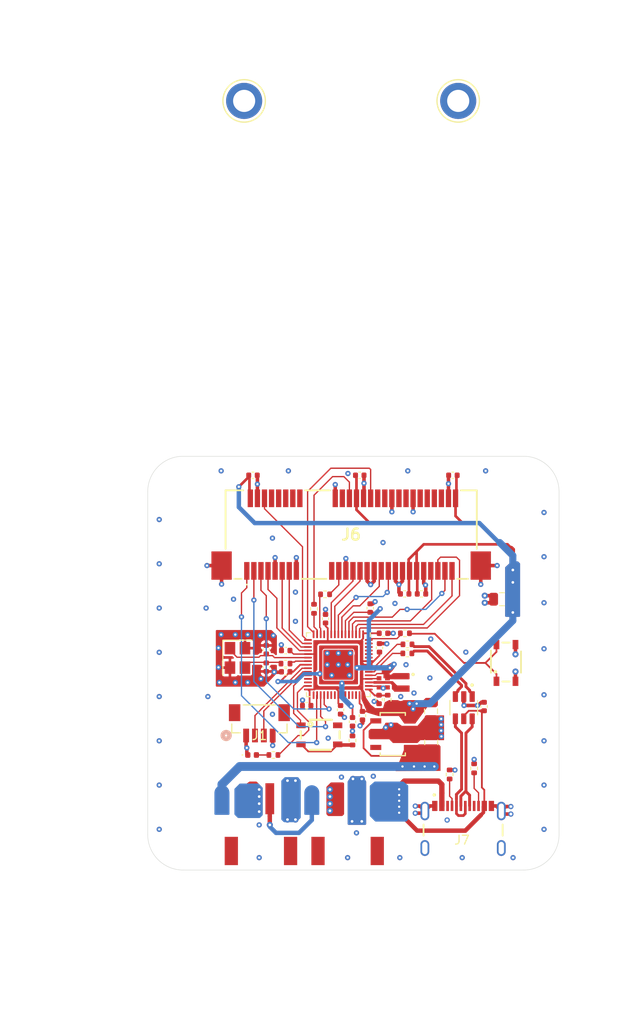
<source format=kicad_pcb>
(kicad_pcb (version 20241229) (generator "pcbnew") (generator_version "9.0")
  (layers (0 "F.Cu" signal) (4 "In1.Cu" power) (6 "In2.Cu" power) (2 "B.Cu" signal) (13 "F.Paste" user) (15 "B.Paste" user) (5 "F.SilkS" user "F.Silkscreen") (7 "B.SilkS" user "B.Silkscreen") (1 "F.Mask" user) (3 "B.Mask" user) (25 "Edge.Cuts" user))
  (net 0 "")
  (net 1 "GND")
  (net 2 "+5V")
  (net 3 "/PWR_EN")
  (net 4 "/VBUS")
  (net 20 "/SX1261_BUSY")
  (net 21 "/SX1261_NSS")
  (net 22 "/SX1261_DIO2")
  (net 23 "/SX1261_DIO1")
  (net 24 "/HOST_MOSI")
  (net 25 "/RESET_GPS")
  (net 26 "/SX1303_GPIO6")
  (net 27 "/SX1303_GPIO8")
  (net 28 "/HOST_SCK")
  (net 29 "/HOST_MISO")
  (net 30 "/STANDBY_GPS")
  (net 31 "/GPS_RX")
  (net 32 "/GPS_TX")
  (net 33 "/HOST_CSN")
  (net 34 "/SX1261_NRESET")
  (net 35 "Net-(J6-Pad19)")
  (net 36 "Net-(J6-Pad22)")
  (net 37 "+3V3")
  (net 38 "+1V1")
  (net 39 "/VREG_AVDD")
  (net 40 "/XIN")
  (net 41 "Net-(C21-Pad1)")
  (net 44 "/VREG_LX")
  (net 45 "Net-(R1-Pad2)")
  (net 46 "/QSPI_SS")
  (net 47 "/~{USB_BOOT}")
  (net 48 "Net-(U1-USB_DP)")
  (net 49 "/USB_D+")
  (net 50 "Net-(U1-USB_DM)")
  (net 51 "/USB_D-")
  (net 52 "/SX1303_RESET")
  (net 53 "/XOUT")
  (net 54 "/PPS")
  (net 55 "/RUN")
  (net 56 "/GPIO16")
  (net 57 "/GPIO23")
  (net 58 "/GPIO26_ADC0")
  (net 59 "/QSPI_SD2")
  (net 60 "/GPIO8")
  (net 61 "/QSPI_SD0")
  (net 62 "/MCU_RESET")
  (net 65 "/SWCLK")
  (net 66 "/QSPI_SCLK")
  (net 67 "/QSPI_SD3")
  (net 68 "/SWD")
  (net 69 "/QSPI_SD1")
  (net 76 "/USB_C+")
  (net 77 "/USB_C-")
  (net 78 "Net-(J7-CC2)")
  (net 80 "Net-(J7-CC1)")
  (net 82 "Net-(D1-A)")
  (net 83 "Net-(U1-GPIO18)")
  (net 87 "/BAT_LIPO")
  (footprint "USB4105_GF_A:GCT_USB4105-GF-A" (layer "F.Cu") (at 123.15 130.9125)
    (property "Reference" "J7")
    (property "Value" "USB4105-GF-A" (hide yes))
  )
  (footprint "Capacitor_SMD:C_0402_1005Metric" (layer "F.Cu") (at 107.6 105.005 90)
    (property "Reference" "C15" (hide yes))
    (property "Value" "100n" (hide yes))
  )
  (footprint "Resistor_SMD:R_0402_1005Metric" (layer "F.Cu") (at 121.62852 122.6 -90)
    (property "Reference" "R8" (hide yes))
    (property "Value" "5.1k" (hide yes))
  )
  (footprint "TF:MountingHole_4mm_t4" (layer "F.Cu") (at 92.5 129.2)
    (property "Reference" "H5" (hide yes))
    (property "Value" "MountingHole" (hide yes))
  )
  (footprint "Capacitor_SMD:C_0805_2012Metric" (layer "F.Cu") (at 119.55 118.975 90)
    (property "Reference" "C23" (hide yes))
    (property "Value" "10u" (hide yes))
  )
  (footprint "Resistor_SMD:R_0402_1005Metric" (layer "F.Cu") (at 124.4 121.91 90)
    (property "Reference" "R10" (hide yes))
    (property "Value" "5.1k" (hide yes))
  )
  (footprint "Capacitor_SMD:C_0402_1005Metric" (layer "F.Cu") (at 109.3 115.3 -90)
    (property "Reference" "C14" (hide yes))
    (property "Value" "100n" (hide yes))
  )
  (footprint "RP2350_60QFN_minimal:C_0402_1005Metric_small_pads" (layer "F.Cu") (at 113.65 112.25 -90)
    (property "Reference" "C6" (hide yes))
    (property "Value" "4.7u" (hide yes))
  )
  (footprint "JST2pin:CONN_S2B-PH-SM4-TB_JST_mod2" (layer "F.Cu") (at 100.3 128.3)
    (property "Reference" "J5" (hide yes))
    (property "Value" "S2B-PH-SM4-TB" (hide yes))
  )
  (footprint "Capacitor_SMD:C_0402_1005Metric" (layer "F.Cu") (at 103.1 108.6 180)
    (property "Reference" "C18" (hide yes))
    (property "Value" "100n" (hide yes))
  )
  (footprint "TF:MountingHole_4mm_t4" (layer "F.Cu") (at 92.5 92.2)
    (property "Reference" "H7" (hide yes))
    (property "Value" "MountingHole" (hide yes))
  )
  (footprint "Resistor_SMD:R_0402_1005Metric" (layer "F.Cu") (at 106.3 103.885 -90)
    (property "Reference" "R5" (hide yes))
    (property "Value" "100" (hide yes))
  )
  (footprint "Capacitor_SMD:C_0805_2012Metric" (layer "F.Cu") (at 119.525 115.45 90)
    (property "Reference" "C22" (hide yes))
    (property "Value" "10u" (hide yes))
  )
  (footprint "Capacitor_SMD:C_0402_1005Metric" (layer "F.Cu") (at 125.52852 114.925 90)
    (property "Reference" "C24" (hide yes))
    (property "Value" "100n" (hide yes))
  )
  (footprint "Capacitor_SMD:C_0402_1005Metric" (layer "F.Cu") (at 118.45 102.2)
    (property "Reference" "C1" (hide yes))
    (property "Value" "100n" (hide yes))
  )
  (footprint "Resistor_SMD:R_0402_1005Metric" (layer "F.Cu") (at 103.075 110.075)
    (property "Reference" "R6" (hide yes))
    (property "Value" "1k" (hide yes))
  )
  (footprint "Capacitor_SMD:C_0402_1005Metric" (layer "F.Cu") (at 100.895 110.48 -90)
    (property "Reference" "C21" (hide yes))
    (property "Value" "15p" (hide yes))
  )
  (footprint "434133025816:434133025816_mod" (layer "F.Cu") (at 128 110 90)
    (property "Reference" "S2" (hide yes))
    (property "Value" "434133025816" (hide yes))
  )
  (footprint "Resistor_SMD:R_0402_1005Metric" (layer "F.Cu") (at 116.85 108.925)
    (property "Reference" "R4" (hide yes))
    (property "Value" "27" (hide yes))
  )
  (footprint "Resistor_SMD:R_0402_1005Metric" (layer "F.Cu") (at 114.625 114.15 90)
    (property "Reference" "R7" (hide yes))
    (property "Value" "33" (hide yes))
  )
  (footprint "BM04B_SRSS_TB:CONN4_BM04B-SRSS_JST" (layer "F.Cu") (at 100.125 116.317799)
    (property "Reference" "J1")
    (property "Value" "BM04B-SRSS-TB")
  )
  (footprint "Capacitor_SMD:C_0402_1005Metric" (layer "F.Cu") (at 99.4 88.8)
    (property "Reference" "C3" (hide yes))
    (property "Value" "100n" (hide yes))
  )
  (footprint "JST2pin:CONN_S2B-PH-SM4-TB_JST_mod2" (layer "F.Cu") (at 110.1 128.3)
    (property "Reference" "J3" (hide yes))
    (property "Value" "S2B-PH-SM4-TB" (hide yes))
  )
  (footprint "Capacitor_SMD:C_0402_1005Metric" (layer "F.Cu") (at 113.65 114.125 -90)
    (property "Reference" "C9" (hide yes))
    (property "Value" "4.7u" (hide yes))
  )
  (footprint "NT4R1600:JAE_Electronics-NT4R1600-MFG" (layer "F.Cu") (at 98.4 46.5)
    (property "Reference" "REF**" (hide yes))
    (property "Value" "")
  )
  (footprint "RP2350_60QFN_minimal:RP2350-QFN-60-1EP_7x7_P0.4mm_EP3.4x3.4mm_ThermalVias" (layer "F.Cu") (at 109.05 110.2 -90)
    (property "Reference" "U1" (hide yes))
    (property "Value" "RP2350_60QFN" (hide yes))
  )
  (footprint "Resistor_SMD:R_0402_1005Metric" (layer "F.Cu") (at 116.575 106.65 180)
    (property "Reference" "R2" (hide yes))
    (property "Value" "1k" (hide yes))
  )
  (footprint "Resistor_SMD:R_0402_1005Metric" (layer "F.Cu") (at 101.71 120.4 180)
    (property "Reference" "R11" (hide yes))
    (property "Value" "1k" (hide yes))
  )
  (footprint "434133025816:434133025816_mod" (layer "F.Cu") (at 106.9 118.125)
    (property "Reference" "S1" (hide yes))
    (property "Value" "434133025816" (hide yes))
  )
  (footprint "Capacitor_SMD:C_0402_1005Metric" (layer "F.Cu") (at 114.15 106.65)
    (property "Reference" "C17" (hide yes))
    (property "Value" "100n" (hide yes))
  )
  (footprint "Resistor_SMD:R_0402_1005Metric" (layer "F.Cu") (at 110.65 118.76 -90)
    (property "Reference" "R1" (hide yes))
    (property "Value" "1k" (hide yes))
  )
  (footprint "Capacitor_SMD:C_0402_1005Metric" (layer "F.Cu") (at 122 88.8 180)
    (property "Reference" "C2" (hide yes))
    (property "Value" "100n" (hide yes))
  )
  (footprint "AP7361C_33Y5_13:SOT89-5_DIO-M_MODGND" (layer "F.Cu") (at 115.2 118.0465 -90)
    (property "Reference" "U3" (hide yes))
    (property "Value" "AP7361C-33Y5-13" (hide yes))
  )
  (footprint "RP2350_60QFN_minimal:C_0402_1005Metric_small_pads" (layer "F.Cu") (at 114.6 112.25 -90)
    (property "Reference" "C7" (hide yes))
    (property "Value" "4.7u" (hide yes))
  )
  (footprint "Capacitor_SMD:C_0402_1005Metric" (layer "F.Cu") (at 112.65 103.8 90)
    (property "Reference" "C11" (hide yes))
    (property "Value" "100n" (hide yes))
  )
  (footprint "Resistor_SMD:R_0402_1005Metric" (layer "F.Cu") (at 107.55 102.25)
    (property "Reference" "R9" (hide yes))
    (property "Value" "100" (hide yes))
  )
  (footprint "TF:MountingHole_4mm_t4" (layer "F.Cu") (at 128.5 120.2)
    (property "Reference" "H8" (hide yes))
    (property "Value" "MountingHole" (hide yes))
  )
  (footprint "USBLC6_2SC6:SOT95P280X145-6N" (layer "F.Cu") (at 123.22852 115.055 -90)
    (property "Reference" "U2" (hide yes))
    (property "Value" "USBLC6-2SC6" (hide yes))
  )
  (footprint "Capacitor_SMD:C_0402_1005Metric" (layer "F.Cu") (at 100.9 108.505 90)
    (property "Reference" "C20" (hide yes))
    (property "Value" "15p" (hide yes))
  )
  (footprint "RP2350_60QFN_minimal:L_pol_2016" (layer "F.Cu") (at 116.2 112.2 -90)
    (property "Reference" "L1" (hide yes))
    (property "Value" "3.3u" (hide yes))
  )
  (footprint "Capacitor_SMD:C_0402_1005Metric" (layer "F.Cu") (at 103.1 111 180)
    (property "Reference" "C10" (hide yes))
    (property "Value" "4.7u" (hide yes))
  )
  (footprint "Capacitor_SMD:C_0402_1005Metric" (layer "F.Cu") (at 111.47 88.8)
    (property "Reference" "C4" (hide yes))
    (property "Value" "100n" (hide yes))
  )
  (footprint "Capacitor_SMD:C_0402_1005Metric" (layer "F.Cu") (at 110.65 116.65 -90)
    (property "Reference" "C8" (hide yes))
    (property "Value" "100n" (hide yes))
  )
  (footprint "Capacitor_SMD:C_0805_2012Metric" (layer "F.Cu") (at 127.55 102.8 180)
    (property "Reference" "C19" (hide yes))
    (property "Value" "10u" (hide yes))
  )
  (footprint "adafruit:Crystal_SMD_3225-4Pin_3.2x2.5mm" (layer "F.Cu") (at 97.645 109.43 -90)
    (property "Reference" "Y1" (hide yes))
    (property "Value" "ABM8-272-T3" (hide yes))
  )
  (footprint "Resistor_SMD:R_0402_1005Metric" (layer "F.Cu") (at 116.865 107.9)
    (property "Reference" "R3" (hide yes))
    (property "Value" "27" (hide yes))
  )
  (footprint "NT4R1600:JAE_Electronics-NT4R1600-MFG" (layer "F.Cu") (at 122.6 46.5)
    (property "Reference" "REF**" (hide yes))
    (property "Value" "")
  )
  (footprint "Capacitor_SMD:C_0402_1005Metric" (layer "F.Cu") (at 113.7 108.295 90)
    (property "Reference" "C12" (hide yes))
    (property "Value" "100n" (hide yes))
  )
  (footprint "MM60-52B1-E1-R650:MM6052B1E1R650_mod_screw" (layer "F.Cu") (at 110.5 95.5)
    (property "Reference" "J6")
    (property "Value" "MM60-52B1-E1-R650" (hide yes))
  )
  (footprint "Capacitor_SMD:C_0402_1005Metric" (layer "F.Cu") (at 105.47 114.825 180)
    (property "Reference" "C13" (hide yes))
    (property "Value" "100n" (hide yes))
  )
  (footprint "TF:MountingHole_4mm_t4" (layer "F.Cu") (at 128.5 92.2)
    (property "Reference" "H6" (hide yes))
    (property "Value" "MountingHole" (hide yes))
  )
  (footprint "LED_SMD:LED_0402_1005Metric" (layer "F.Cu") (at 99.3 120.4)
    (property "Reference" "D1" (hide yes))
    (property "Value" "LED_Small" (hide yes))
  )
  (footprint "Capacitor_SMD:C_0402_1005Metric" (layer "F.Cu") (at 116.55 102.2 180)
    (property "Reference" "C5" (hide yes))
    (property "Value" "100n" (hide yes))
  )
  (footprint "Capacitor_SMD:C_0402_1005Metric" (layer "F.Cu") (at 111.775 115.955 -90)
    (property "Reference" "C16" (hide yes))
    (property "Value" "100n" (hide yes))
  )
  (footprint "adafruit:adafruit powerboost 1000 5pin3pads" (layer "B.Cu") (at 113.67 124.666 180)
    (property "Reference" "J2" (hide yes))
    (property "Value" "adafruitpwr1000" (hide yes))
  )
  (gr_arc (start 130 86.65) (mid 132.828427 87.821573) (end 134 90.65) (stroke (width 0.05)) (layer "Edge.Cuts"))
  (gr_line (start 87.5 129.4) (end 87.5 90.65) (stroke (width 0.05)) (layer "Edge.Cuts"))
  (gr_arc (start 91.5 133.4) (mid 88.671573 132.228427) (end 87.5 129.4) (stroke (width 0.05)) (layer "Edge.Cuts"))
  (gr_arc (start 134 129.4) (mid 132.828427 132.228427) (end 130 133.4) (stroke (width 0.05)) (layer "Edge.Cuts"))
  (gr_line (start 130 133.4) (end 91.5 133.4) (stroke (width 0.05)) (layer "Edge.Cuts"))
  (gr_line (start 134 90.65) (end 134 129.4) (stroke (width 0.05)) (layer "Edge.Cuts"))
  (gr_line (start 91.5 86.65) (end 130 86.65) (stroke (width 0.05)) (layer "Edge.Cuts"))
  (gr_arc (start 87.5 90.65) (mid 88.671573 87.821573) (end 91.5 86.65) (stroke (width 0.05)) (layer "Edge.Cuts"))
  (segment (start 119.95 126.1575) (end 119.405 126.1575) (width 0.4) (layer "F.Cu") (net 1))
  (segment (start 127 99) (end 125.15 99) (width 0.4) (layer "F.Cu") (net 1))
  (segment (start 118.7 101) (end 118.7 99.6) (width 0.4) (layer "F.Cu") (net 1))
  (segment (start 123.758578 114.806) (end 123.756578 114.804) (width 0.4) (layer "F.Cu") (net 1))
  (segment (start 121.5 88.81) (end 121.49 88.8) (width 0.4) (layer "F.Cu") (net 1))
  (segment (start 99.9 91.4) (end 99.9 88.82) (width 0.4) (layer "F.Cu") (net 1))
  (segment (start 100.1 126.8) (end 100 126.7) (width 0.5) (layer "F.Cu") (net 1))
  (segment (start 124.859521 114.804) (end 125.218521 114.445) (width 0.4) (layer "F.Cu") (net 1))
  (segment (start 112.3 100.75) (end 112.7 101.15) (width 0.4) (layer "F.Cu") (net 1))
  (segment (start 118.93 102.2) (end 118.93 101.23) (width 0.4) (layer "F.Cu") (net 1))
  (segment (start 101.9 99.6) (end 101.9 98.1) (width 0.4) (layer "F.Cu") (net 1))
  (segment (start 109.3 115.78) (end 109.364875 115.78) (width 0.4) (layer "F.Cu") (net 1))
  (segment (start 121.5 89.75) (end 121.5 88.81) (width 0.4) (layer "F.Cu") (net 1))
  (segment (start 107.6 103.95) (end 107.6 104.525) (width 0.4) (layer "F.Cu") (net 1))
  (segment (start 111.95 88.8) (end 111.95 89.7) (width 0.4) (layer "F.Cu") (net 1))
  (segment (start 101.6 118.175) (end 101.625 118.2) (width 0.4) (layer "F.Cu") (net 1))
  (segment (start 112.5125 112.625) (end 113.51 112.625) (width 0.15) (layer "F.Cu") (net 1))
  (segment (start 104.99 114.21) (end 104.99 114.825) (width 0.4) (layer "F.Cu") (net 1))
  (segment (start 102.62 107.97) (end 102.62 108.6) (width 0.4) (layer "F.Cu") (net 1))
  (segment (start 121.5 91.4) (end 121.5 89.75) (width 0.4) (layer "F.Cu") (net 1))
  (segment (start 95.85 99) (end 94.2 99) (width 0.4) (layer "F.Cu") (net 1))
  (segment (start 113.395 114.35) (end 113.1 114.35) (width 0.4) (layer "F.Cu") (net 1))
  (segment (start 118.9 101.2) (end 118.7 101) (width 0.4) (layer "F.Cu") (net 1))
  (segment (start 115.9 101.15) (end 115.9 102.03) (width 0.4) (layer "F.Cu") (net 1))
  (segment (start 118.5875 126.975) (end 118.83 126.7325) (width 0.4) (layer "F.Cu") (net 1))
  (segment (start 118.2725 126.175) (end 118.83 126.7325) (width 0.4) (layer "F.Cu") (net 1))
  (segment (start 102.6 107.95) (end 102.62 107.97) (width 0.4) (layer "F.Cu") (net 1))
  (segment (start 98.705 120.4) (end 98.705 119.605) (width 0.4) (layer "F.Cu") (net 1))
  (segment (start 110.65 117.13) (end 110.65 118.25) (width 0.4) (layer "F.Cu") (net 1))
  (segment (start 125.15 101.125) (end 125.15 99) (width 0.4) (layer "F.Cu") (net 1))
  (segment (start 113.51 112.625) (end 113.65 112.765) (width 0.15) (layer "F.Cu") (net 1))
  (segment (start 123.22852 114.775) (end 123.22852 113.8) (width 0.4) (layer "F.Cu") (net 1))
  (segment (start 129.075 112.075) (end 129.075 110.975) (width 0.4) (layer "F.Cu") (net 1))
  (segment (start 115.1 91.4) (end 115.1 92.925) (width 0.4) (layer "F.Cu") (net 1))
  (segment (start 114.125 112.775) (end 114.135 112.765) (width 0.4) (layer "F.Cu") (net 1))
  (segment (start 127.9775 126.225) (end 127.47 126.7325) (width 0.4) (layer "F.Cu") (net 1))
  (segment (start 127.8125 127.075) (end 127.47 126.7325) (width 0.4) (layer "F.Cu") (net 1))
  (segment (start 112.3 99.6) (end 112.3 98.8) (width 0.4) (layer "F.Cu") (net 1))
  (segment (start 114.63 106.65) (end 115.25 106.65) (width 0.4) (layer "F.Cu") (net 1))
  (segment (start 108.7 89.85) (end 108.7 91.4) (width 0.4) (layer "F.Cu") (net 1))
  (segment (start 114.525 107.834) (end 114.35 107.834) (width 0.4) (layer "F.Cu") (net 1))
  (segment (start 109.364875 115.78) (end 109.74 116.155125) (width 0.4) (layer "F.Cu") (net 1))
  (segment (start 115.5 99.6) (end 115.5 100.75) (width 0.4) (layer "F.Cu") (net 1))
  (segment (start 128.55 127.075) (end 127.8125 127.075) (width 0.4) (layer "F.Cu") (net 1))
  (segment (start 119.405 126.1575) (end 118.83 126.7325) (width 0.4) (layer "F.Cu") (net 1))
  (segment (start 117.75 126.175) (end 118.2725 126.175) (width 0.4) (layer "F.Cu") (net 1))
  (segment (start 117.5 91.4) (end 117.5 92.925) (width 0.4) (layer "F.Cu") (net 1))
  (segment (start 122.22852 122.1) (end 122.21852 122.09) (width 0.4) (layer "F.Cu") (net 1))
  (segment (start 101.825 111.05) (end 101.8 111.025) (width 0.4) (layer "F.Cu") (net 1))
  (segment (start 115.5 100.75) (end 115.9 101.15) (width 0.4) (layer "F.Cu") (net 1))
  (segment (start 114.35 107.834) (end 114.331 107.815) (width 0.4) (layer "F.Cu") (net 1))
  (segment (start 124.775015 114.804) (end 124.859521 114.804) (width 0.4) (layer "F.Cu") (net 1))
  (segment (start 105 114.2) (end 104.99 114.21) (width 0.4) (layer "F.Cu") (net 1))
  (segment (start 98.705 119.605) (end 98.7 119.6) (width 0.4) (layer "F.Cu") (net 1))
  (segment (start 113.1 99.6) (end 113.1 100.75) (width 0.4) (layer "F.Cu") (net 1))
  (segment (start 122.21852 122.09) (end 121.62852 122.09) (width 0.4) (layer "F.Cu") (net 1))
  (segment (start 112.955 103.32) (end 113.2 103.075) (width 0.4) (layer "F.Cu") (net 1))
  (segment (start 113.1 100.75) (end 112.7 101.15) (width 0.4) (layer "F.Cu") (net 1))
  (segment (start 126.895 126.1575) (end 127.47 126.7325) (width 0.4) (layer "F.Cu") (net 1))
  (segment (start 114.331 107.815) (end 113.7 107.815) (width 0.4) (layer "F.Cu") (net 1))
  (segment (start 95.85 101.1) (end 95.85 99) (width 0.4) (layer "F.Cu") (net 1))
  (segment (start 111.95 91.35) (end 111.9 91.4) (width 0.4) (layer "F.Cu") (net 1))
  (segment (start 129.075 107.925) (end 129.075 109.025) (width 0.4) (layer "F.Cu") (net 1))
  (segment (start 98.625 119.525) (end 98.7 119.6) (width 0.4) (layer "F.Cu") (net 1))
  (segment (start 111.95 89.7) (end 111.95 91.35) (width 0.4) (layer "F.Cu") (net 1))
  (segment (start 118.93 101.23) (end 118.9 101.2) (width 0.4) (layer "F.Cu") (net 1))
  (segment (start 112.4875 112.6) (end 112.5125 112.625) (width 0.15) (layer "F.Cu") (net 1))
  (segment (start 125.218521 114.445) (end 125.52852 114.445) (width 0.4) (layer "F.Cu") (net 1))
  (segment (start 114.1 112.825) (end 114.1 112.8) (width 0.4) (layer "F.Cu") (net 1))
  (segment (start 126.2 102.4) (end 126.6 102.8) (width 0.4) (layer "F.Cu") (net 1))
  (segment (start 124.775015 114.804) (end 124.600462 114.804) (width 0.4) (layer "F.Cu") (net 1))
  (segment (start 114.135 112.765) (end 114.6 112.765) (width 0.4) (layer "F.Cu") (net 1))
  (segment (start 112.65 103.32) (end 112.955 103.32) (width 0.4) (layer "F.Cu") (net 1))
  (segment (start 111.8 116.8) (end 111.8 116.46) (width 0.4) (layer "F.Cu") (net 1))
  (segment (start 98.625 118.2) (end 98.625 119.525) (width 0.4) (layer "F.Cu") (net 1))
  (segment (start 123.756578 114.804) (end 123.25752 114.804) (width 0.4) (layer "F.Cu") (net 1))
  (segment (start 128.55 126.225) (end 127.9775 126.225) (width 0.4) (layer "F.Cu") (net 1))
  (segment (start 104.3 99.6) (end 104.3 98.1) (width 0.4) (layer "F.Cu") (net 1))
  (segment (start 114.1 112.8) (end 114.065 112.765) (width 0.4) (layer "F.Cu") (net 1))
  (segment (start 117.75 126.975) (end 118.5875 126.975) (width 0.4) (layer "F.Cu") (net 1))
  (segment (start 125.6 103.2) (end 126.2 103.2) (width 0.4) (layer "F.Cu") (net 1))
  (segment (start 126.2 103.2) (end 126.6 102.8) (width 0.4) (layer "F.Cu") (net 1))
  (segment (start 126.35 126.1575) (end 126.895 126.1575) (width 0.4) (layer "F.Cu") (net 1))
  (segment (start 101.625 119.325) (end 101.625 118.2) (width 0.4) (layer "F.Cu") (net 1))
  (segment (start 114.065 112.765) (end 113.65 112.765) (width 0.4) (layer "F.Cu") (net 1))
  (segment (start 102.54 111.05) (end 101.825 111.05) (width 0.4) (layer "F.Cu") (net 1))
  (segment (start 114.125 112.85) (end 114.1 112.825) (width 0.4) (layer "F.Cu") (net 1))
  (segment (start 124.598462 114.806) (end 123.758578 114.806) (width 0.4) (layer "F.Cu") (net 1))
  (segment (start 116.3 100.75) (end 115.9 101.15) (width 0.4) (layer "F.Cu") (net 1))
  (segment (start 123.25752 114.804) (end 123.22852 114.775) (width 0.4) (layer "F.Cu") (net 1))
  (segment (start 124.4 121.4) (end 124.4 120.9) (width 0.4) (layer "F.Cu") (net 1))
  (segment (start 124.600462 114.804) (end 124.598462 114.806) (width 0.4) (layer "F.Cu") (net 1))
  (segment (start 99.9 88.82) (end 99.88 88.8) (width 0.4) (layer "F.Cu") (net 1))
  (segment (start 115.9 102.03) (end 116.07 102.2) (width 0.4) (layer "F.Cu") (net 1))
  (segment (start 113.65 114.605) (end 113.395 114.35) (width 0.4) (layer "F.Cu") (net 1))
  (segment (start 112.3 99.6) (end 112.3 100.75) (width 0.4) (layer "F.Cu") (net 1))
  (segment (start 125.6 102.4) (end 126.2 102.4) (width 0.4) (layer "F.Cu") (net 1))
  (segment (start 109.9 99.6) (end 109.9 98.2) (width 0.4) (layer "F.Cu") (net 1))
  (segment (start 116.3 99.6) (end 116.3 100.75) (width 0.4) (layer "F.Cu") (net 1))
  (segment (start 114.125 112.85) (end 114.125 112.775) (width 0.4) (layer "F.Cu") (net 1))
  (segment (start 111.8 116.46) (end 111.775 116.435) (width 0.4) (layer "F.Cu") (net 1))
  (segment (start 111.5 117.1) (end 111.8 116.8) (width 0.4) (layer "F.Cu") (net 1))
  (via (at 124.775015 114.804) (size 0.6) (drill 0.255) (layers "F.Cu" "B.Cu") (net 1))
  (via (at 95.8 106.8) (size 0.6) (drill 0.255) (layers "F.Cu" "B.Cu") (net 1))
  (via (at 109.05 110.2) (size 0.6) (drill 0.255) (layers "F.Cu" "B.Cu") (net 1))
  (via (at 123.25752 114.804) (size 0.6) (drill 0.255) (layers "F.Cu" "B.Cu") (net 1))
  (via (at 107.6 103.95) (size 0.6) (drill 0.255) (layers "F.Cu" "B.Cu") (net 1))
  (via (at 95.5 110.5) (size 0.6) (drill 0.255) (layers "F.Cu" "B.Cu") (net 1))
  (via (at 117.5 92.925) (size 0.6) (drill 0.255) (layers "F.Cu" "B.Cu") (net 1))
  (via (at 88.8 98.8) (size 0.6) (drill 0.255) (layers "F.Cu" "B.Cu") (net 1))
  (via (at 121.35 127.75) (size 0.6) (drill 0.3) (layers "F.Cu" "B.Cu") (net 1))
  (via (at 94.1 103.8) (size 0.6) (drill 0.255) (layers "F.Cu" "B.Cu") (net 1))
  (via (at 132.3 98) (size 0.6) (drill 0.255) (layers "F.Cu" "B.Cu") (net 1))
  (via (at 110.1 132) (size 0.6) (drill 0.255) (layers "F.Cu" "B.Cu") (net 1))
  (via (at 95.5 108.3) (size 0.6) (drill 0.255) (layers "F.Cu" "B.Cu") (net 1))
  (via (at 111.95 89.7) (size 0.6) (drill 0.255) (layers "F.Cu" "B.Cu") (net 1))
  (via (at 101.7 106.9) (size 0.6) (drill 0.255) (layers "F.Cu" "B.Cu") (net 1))
  (via (at 100.1 125.9) (size 0.7) (drill 0.3) (layers "F.Cu" "B.Cu") (net 1))
  (via (at 118.9 101.2) (size 0.6) (drill 0.255) (layers "F.Cu" "B.Cu") (net 1))
  (via (at 120.675 117.65) (size 0.6) (drill 0.255) (layers "F.Cu" "B.Cu") (net 1))
  (via (at 100.2 106.9) (size 0.6) (drill 0.255) (layers "F.Cu" "B.Cu") (net 1))
  (via (at 114.1 96.4) (size 0.6) (drill 0.255) (layers "F.Cu" "B.Cu") (net 1))
  (via (at 128.55 127.075) (size 0.6) (drill 0.3) (layers "F.Cu" "B.Cu") (net 1))
  (via (at 114.125 112.85) (size 0.6) (drill 0.255) (layers "F.Cu" "B.Cu") (net 1))
  (via (at 132.3 128.8) (size 0.6) (drill 0.255) (layers "F.Cu" "B.Cu") (net 1))
  (via (at 108.1 124.3) (size 0.7) (drill 0.3) (layers "F.Cu" "B.Cu") (net 1))
  (via (at 95.85 101.1) (size 0.6) (drill 0.255) (layers "F.Cu" "B.Cu") (net 1))
  (via (at 125.6 103.2) (size 0.7) (drill 0.3) (layers "F.Cu" "B.Cu") (net 1))
  (via (at 98.8 106.8) (size 0.6) (drill 0.255) (layers "F.Cu" "B.Cu") (net 1))
  (via (at 114.525 107.834) (size 0.6) (drill 0.255) (layers "F.Cu" "B.Cu") (net 1))
  (via (at 98.7 119.6) (size 0.6) (drill 0.255) (layers "F.Cu" "B.Cu") (net 1))
  (via (at 88.8 108.8) (size 0.6) (drill 0.255) (layers "F.Cu" "B.Cu") (net 1))
  (via (at 115 117) (size 0.6) (drill 0.255) (layers "F.Cu" "B.Cu") (net 1))
  (via (at 95.6 112.2) (size 0.6) (drill 0.255) (layers "F.Cu" "B.Cu") (net 1))
  (via (at 123.46246 108.780369) (size 0.6) (drill 0.255) (layers "F.Cu" "B.Cu") (net 1))
  (via (at 102.6 107.95) (size 0.6) (drill 0.255) (layers "F.Cu" "B.Cu") (net 1))
  (via (at 111.5 117.1) (size 0.6) (drill 0.255) (layers "F.Cu" "B.Cu") (net 1))
  (via (at 103.3 123.3) (size 0.7) (drill 0.3) (layers "F.Cu" "B.Cu") (net 1))
  (via (at 88.8 113.8) (size 0.6) (drill 0.255) (layers "F.Cu" "B.Cu") (net 1))
  (via (at 110.4 108.9) (size 0.6) (drill 0.255) (layers "F.Cu" "B.Cu") (net 1))
  (via (at 125.6 102.4) (size 0.7) (drill 0.3) (layers "F.Cu" "B.Cu") (net 1))
  (via (at 125.15 101.125) (size 0.6) (drill 0.255) (layers "F.Cu" "B.Cu") (net 1))
  (via (at 125.7 88.3) (size 0.6) (drill 0.255) (layers "F.Cu" "B.Cu") (net 1))
  (via (at 116 132) (size 0.6) (drill 0.255) (layers "F.Cu" "B.Cu") (net 1))
  (via (at 101.9 98.1) (size 0.6) (drill 0.255) (layers "F.Cu" "B.Cu") (net 1))
  (via (at 100.3 111.8) (size 0.6) (drill 0.255) (layers "F.Cu" "B.Cu") (net 1))
  (via (at 104.3 98.1) (size 0.6) (drill 0.255) (layers "F.Cu" "B.Cu") (net 1))
  (via (at 132.3 108.4) (size 0.6) (drill 0.255) (layers "F.Cu" "B.Cu") (net 1))
  (via (at 114.4 117.3) (size 0.6) (drill 0.255) (layers "F.Cu" "B.Cu") (net 1))
  (via (at 88.8 118.8) (size 0.6) (drill 0.255) (layers "F.Cu" "B.Cu") (net 1))
  (via (at 129.075 109.025) (size 0.7) (drill 0.3) (layers "F.Cu" "B.Cu") (net 1))
  (via (at 97.2 102.8) (size 0.6) (drill 0.255) (layers "F.Cu" "B.Cu") (net 1))
  (via (at 111.1 129.2) (size 0.6) (drill 0.255) (layers "F.Cu" "B.Cu") (net 1))
  (via (at 110.3 111.4) (size 0.6) (drill 0.255) (layers "F.Cu" "B.Cu") (net 1))
  (via (at 108.1 125.9) (size 0.7) (drill 0.3) (layers "F.Cu" "B.Cu") (net 1))
  (via (at 117.6 113.4) (size 0.6) (drill 0.255) (layers "F.Cu" "B.Cu") (net 1))
  (via (at 101.625 119.325) (size 0.6) (drill 0.255) (layers "F.Cu" "B.Cu") (net 1))
  (via (at 132.3 93) (size 0.6) (drill 0.255) (layers "F.Cu" "B.Cu") (net 1))
  (via (at 110.1 110.2) (size 0.6) (drill 0.255) (layers "F.Cu" "B.Cu") (net 1))
  (via (at 95.8 88.3) (size 0.6) (drill 0.255) (layers "F.Cu" "B.Cu") (net 1))
  (via (at 97.4 112.2) (size 0.6) (drill 0.255) (layers "F.Cu" "B.Cu") (net 1))
  (via (at 94.2 99) (size 0.6) (drill 0.255) (layers "F.Cu" "B.Cu") (net 1))
  (via (at 99.9 89.8) (size 0.6) (drill 0.255) (layers "F.Cu" "B.Cu") (net 1))
  (via (at 113.2 103.075) (size 0.6) (drill 0.255) (layers "F.Cu" "B.Cu") (net 1))
  (via (at 108.1 125.1) (size 0.7) (drill 0.3) (layers "F.Cu" "B.Cu") (net 1))
  (via (at 101.8 111.025) (size 0.6) (drill 0.255) (layers "F.Cu" "B.Cu") (net 1))
  (via (at 109.4 122.9) (size 0.6) (drill 0.255) (layers "F.Cu" "B.Cu") (net 1))
  (via (at 104.2 102) (size 0.6) (drill 0.255) (layers "F.Cu" "B.Cu") (net 1))
  (via (at 108.7 89.85) (size 0.6) (drill 0.255) (layers "F.Cu" "B.Cu") (net 1))
  (via (at 132.3 118.8) (size 0.6) (drill 0.255) (layers "F.Cu" "B.Cu") (net 1))
  (via (at 100.1 126.8) (size 0.7) (drill 0.3) (layers "F.Cu" "B.Cu") (net 1))
  (via (at 120.675 116.975) (size 0.6) (drill 0.255) (layers "F.Cu" "B.Cu") (net 1))
  (via (at 88.8 123.8) (size 0.6) (drill 0.255) (layers "F.Cu" "B.Cu") (net 1))
  (via (at 97.4 106.8) (size 0.6) (drill 0.255) (layers "F.Cu" "B.Cu") (net 1))
  (via (at 127 99) (size 0.6) (drill 0.255) (layers "F.Cu" "B.Cu") (net 1))
  (via (at 119.5 107.3) (size 0.6) (drill 0.255) (layers "F.Cu" "B.Cu") (net 1))
  (via (at 103.3 127.7) (size 0.7) (drill 0.3) (layers "F.Cu" "B.Cu") (net 1))
  (via (at 103.4 88.3) (size 0.6) (drill 0.255) (layers "F.Cu" "B.Cu") (net 1))
  (via (at 112.7 101.15) (size 0.6) (drill 0.255) (layers "F.Cu" "B.Cu") (net 1))
  (via (at 107.9 118.5) (size 0.6) (drill 0.255) (layers "F.Cu" "B.Cu") (net 1))
  (via (at 132.3 103.2) (size 0.6) (drill 0.255) (layers "F.Cu" "B.Cu") (net 1))
  (via (at 101.6 95.9) (size 0.6) (drill 0.255) (layers "F.Cu" "B.Cu") (net 1))
  (via (at 108.1 126.7) (size 0.7) (drill 0.3) (layers "F.Cu" "B.Cu") (net 1))
  (via (at 115.1 92.925) (size 0.6) (drill 0.255) (layers "F.Cu" "B.Cu") (net 1))
  (via (at 117.75 126.975) (size 0.6) (drill 0.3) (layers "F.Cu" "B.Cu") (net 1))
  (via (at 120.7 118.3) (size 0.6) (drill 0.255) (layers "F.Cu" "B.Cu") (net 1))
  (via (at 123.05 132) (size 0.6) (drill 0.255) (layers "F.Cu" "B.Cu") (net 1))
  (via (at 115.45 103.275) (size 0.6) (drill 0.255) (layers "F.Cu" "B.Cu") (net 1))
  (via (at 116.7 110.2) (size 0.6) (drill 0.255) (layers "F.Cu" "B.Cu") (net 1))
  (via (at 100.1 125.1) (size 0.7) (drill 0.3) (layers "F.Cu" "B.Cu") (net 1))
  (via (at 120.675 116.325) (size 0.6) (drill 0.255) (layers "F.Cu" "B.Cu") (net 1))
  (via (at 132.3 123.8) (size 0.6) (drill 0.255) (layers "F.Cu" "B.Cu") (net 1))
  (via (at 107.8 108.9) (size 0.6) (drill 0.255) (layers "F.Cu" "B.Cu") (net 1))
  (via (at 129.075 110.975) (size 0.7) (drill 0.3) (layers "F.Cu" "B.Cu") (net 1))
  (via (at 124.4 120.9) (size 0.6) (drill 0.255) (layers "F.Cu" "B.Cu") (net 1))
  (via (at 115.25 106.65) (size 0.6) (drill 0.255) (layers "F.Cu" "B.Cu") (net 1))
  (via (at 128.8 132) (size 0.6) (drill 0.255) (layers "F.Cu" "B.Cu") (net 1))
  (via (at 88.8 128.8) (size 0.6) (drill 0.255) (layers "F.Cu" "B.Cu") (net 1))
  (via (at 109.74 116.155125) (size 0.6) (drill 0.255) (layers "F.Cu" "B.Cu") (net 1))
  (via (at 122.22852 122.1) (size 0.6) (drill 0.255) (layers "F.Cu" "B.Cu") (net 1))
  (via (at 121.5 89.75) (size 0.6) (drill 0.255) (layers "F.Cu" "B.Cu") (net 1))
  (via (at 110.134174 88.596001) (size 0.6) (drill 0.255) (layers "F.Cu" "B.Cu") (net 1))
  (via (at 113.1 114.35) (size 0.6) (drill 0.255) (layers "F.Cu" "B.Cu") (net 1))
  (via (at 116.899048 88.3) (size 0.6) (drill 0.255) (layers "F.Cu" "B.Cu") (net 1))
  (via (at 101.6 115.8) (size 0.6) (drill 0.255) (layers "F.Cu" "B.Cu") (net 1))
  (via (at 110.65 117.7) (size 0.6) (drill 0.255) (layers "F.Cu" "B.Cu") (net 1))
  (via (at 94.3 113.8) (size 0.6) (drill 0.255) (layers "F.Cu" "B.Cu") (net 1))
  (via (at 104.2 123.3) (size 0.7) (drill 0.3) (layers "F.Cu" "B.Cu") (net 1))
  (via (at 116.1 113.8) (size 0.6) (drill 0.255) (layers "F.Cu" "B.Cu") (net 1))
  (via (at 128.55 126.225) (size 0.6) (drill 0.3) (layers "F.Cu" "B.Cu") (net 1))
  (via (at 100.1 132) (size 0.6) (drill 0.255) (layers "F.Cu" "B.Cu") (net 1))
  (via (at 108.3 111.4) (size 0.6) (drill 0.255) (layers "F.Cu" "B.Cu") (net 1))
  (via (at 109.9 98.2) (size 0.6) (drill 0.255) (layers "F.Cu" "B.Cu") (net 1))
  (via (at 117.75 126.175) (size 0.6) (drill 0.3) (layers "F.Cu" "B.Cu") (net 1))
  (via (at 115.9 101.15) (size 0.6) (drill 0.255) (layers "F.Cu" "B.Cu") (net 1))
  (via (at 100.1 128.3) (size 0.6) (drill 0.255) (layers "F.Cu" "B.Cu") (net 1))
  (via (at 109.05032 108.897432) (size 0.6) (drill 0.255) (layers "F.Cu" "B.Cu") (net 1))
  (via (at 119.4 111.7) (size 0.6) (drill 0.255) (layers "F.Cu" "B.Cu") (net 1))
  (via (at 88.8 93.8) (size 0.6) (drill 0.255) (layers "F.Cu" "B.Cu") (net 1))
  (via (at 88.8 103.8) (size 0.6) (drill 0.255) (layers "F.Cu" "B.Cu") (net 1))
  (via (at 104.2 127.7) (size 0.7) (drill 0.3) (layers "F.Cu" "B.Cu") (net 1))
  (via (at 104.2 105.3) (size 0.6) (drill 0.255) (layers "F.Cu" "B.Cu") (net 1))
  (via (at 100.1 124.3) (size 0.7) (drill 0.3) (layers "F.Cu" "B.Cu") (net 1))
  (via (at 105 114.2) (size 0.6) (drill 0.255) (layers "F.Cu" "B.Cu") (net 1))
  (via (at 113 122.8) (size 0.6) (drill 0.255) (layers "F.Cu" "B.Cu") (net 1))
  (via (at 107.8 110.2) (size 0.6) (drill 0.255) (layers "F.Cu" "B.Cu") (net 1))
  (via (at 98.8 112.2) (size 0.6) (drill 0.255) (layers "F.Cu" "B.Cu") (net 1))
  (via (at 132.3 113.6) (size 0.6) (drill 0.255) (layers "F.Cu" "B.Cu") (net 1))
  (segment (start 117.4177 119.5965) (end 116.5142 120.5) (width 0.2) (layer "F.Cu") (net 2))
  (segment (start 111.9 119.625) (end 111.9 117.599971) (width 0.2) (layer "F.Cu") (net 2))
  (segment (start 112.903471 116.5965) (end 113.5823 116.5965) (width 0.2) (layer "F.Cu") (net 2))
  (segment (start 112.775 120.5) (end 111.9 119.625) (width 0.2) (layer "F.Cu") (net 2))
  (segment (start 116.5142 120.5) (end 112.775 120.5) (width 0.2) (layer "F.Cu") (net 2))
  (segment (start 111.9 117.599971) (end 112.903471 116.5965) (width 0.2) (layer "F.Cu") (net 2))
  (via (at 118.8 121.7) (size 0.6) (drill 0.255) (layers "F.Cu" "B.Cu") (net 2))
  (via (at 117.6 121.7) (size 0.6) (drill 0.255) (layers "F.Cu" "B.Cu") (net 2))
  (via (at 116.3 121.7) (size 0.6) (drill 0.255) (layers "F.Cu" "B.Cu") (net 2))
  (via (at 119.9 121.7) (size 0.6) (drill 0.255) (layers "F.Cu" "B.Cu") (net 2))
  (segment (start 117.6 121.7) (end 118.8 121.7) (width 1) (layer "B.Cu") (net 2))
  (segment (start 95.89 123.71) (end 97.9 121.7) (width 1) (layer "B.Cu") (net 2))
  (segment (start 95.89 124.666) (end 95.89 123.71) (width 1) (layer "B.Cu") (net 2))
  (segment (start 97.9 121.7) (end 116.3 121.7) (width 1) (layer "B.Cu") (net 2))
  (segment (start 118.8 121.7) (end 119.9 121.7) (width 1) (layer "B.Cu") (net 2))
  (segment (start 116.3 121.7) (end 117.6 121.7) (width 1) (layer "B.Cu") (net 2))
  (segment (start 101.3 128.3) (end 101.3 127.300002) (width 0.5) (layer "F.Cu") (net 3))
  (segment (start 101.3 127.300002) (end 101.300001 127.300001) (width 0.5) (layer "F.Cu") (net 3))
  (segment (start 101.300001 127.300001) (end 101.300001 125.3447) (width 0.5) (layer "F.Cu") (net 3))
  (via (at 101.3 128.3) (size 0.7) (drill 0.3) (layers "F.Cu" "B.Cu") (net 3))
  (segment (start 101.3 128.5) (end 102 129.2) (width 0.5) (layer "B.Cu") (net 3))
  (segment (start 104.6 129.2) (end 106.05 127.75) (width 0.5) (layer "B.Cu") (net 3))
  (segment (start 102 129.2) (end 104.6 129.2) (width 0.5) (layer "B.Cu") (net 3))
  (segment (start 106.05 127.75) (end 106.05 124.666) (width 0.5) (layer "B.Cu") (net 3))
  (segment (start 101.3 128.3) (end 101.3 128.5) (width 0.5) (layer "B.Cu") (net 3))
  (segment (start 125.08252 115.404) (end 125.08352 115.405) (width 0.2) (layer "F.Cu") (net 4))
  (segment (start 123.39802 128.951) (end 117.951 128.951) (width 0.5) (layer "F.Cu") (net 4))
  (segment (start 125.451 126.898019) (end 125.451 126.2565) (width 0.4) (layer "F.Cu") (net 4))
  (segment (start 125.275 124.075) (end 125.55 124.35) (width 0.2) (layer "F.Cu") (net 4))
  (segment (start 125.451 126.2565) (end 125.55 126.1575) (width 0.4) (layer "F.Cu") (net 4))
  (segment (start 123.22852 115.97548) (end 123.8 115.404) (width 0.2) (layer "F.Cu") (net 4))
  (segment (start 115.925 124.925) (end 115.925 125.575) (width 0.6) (layer "F.Cu") (net 4))
  (segment (start 125.16201 127.18701) (end 125.451 126.898019) (width 0.4) (layer "F.Cu") (net 4))
  (segment (start 115.925 126.25) (end 115.925 126.925) (width 0.6) (layer "F.Cu") (net 4))
  (segment (start 120.37052 123.35) (end 120.75102 123.7305) (width 0.6) (layer "F.Cu") (net 4))
  (segment (start 115.925 124.275) (end 115.925 123.925) (width 0.6) (layer "F.Cu") (net 4))
  (segment (start 115.925 123.925) (end 116.5 123.35) (width 0.6) (layer "F.Cu") (net 4))
  (segment (start 123.22852 116.31) (end 123.22852 115.97548) (width 0.2) (layer "F.Cu") (net 4))
  (segment (start 120.75 124.70852) (end 120.75102 124.7075) (width 0.5) (layer "F.Cu") (net 4))
  (segment (start 123.8 115.404) (end 124.92852 115.404) (width 0.2) (layer "F.Cu") (net 4))
  (segment (start 115.925 125.575) (end 115.925 126.25) (width 0.6) (layer "F.Cu") (net 4))
  (segment (start 125.08252 115.404) (end 125.275 115.59648) (width 0.2) (layer "F.Cu") (net 4))
  (segment (start 120.75102 123.7305) (end 120.75102 124.7075) (width 0.6) (layer "F.Cu") (net 4))
  (segment (start 125.275 115.59648) (end 125.275 124.075) (width 0.2) (layer "F.Cu") (net 4))
  (segment (start 115.925 124.275) (end 115.925 124.925) (width 0.6) (layer "F.Cu") (net 4))
  (segment (start 125.08352 115.405) (end 125.52852 115.405) (width 0.3) (layer "F.Cu") (net 4))
  (segment (start 117.951 128.951) (end 115.925 126.925) (width 0.5) (layer "F.Cu") (net 4))
  (segment (start 120.75 126.1575) (end 120.75 124.70852) (width 0.6) (layer "F.Cu") (net 4))
  (segment (start 124.92852 115.404) (end 125.08252 115.404) (width 0.2) (layer "F.Cu") (net 4))
  (segment (start 116.5 123.35) (end 120.37052 123.35) (width 0.6) (layer "F.Cu") (net 4))
  (segment (start 125.16201 127.18701) (end 123.39802 128.951) (width 0.5) (layer "F.Cu") (net 4))
  (segment (start 125.55 124.35) (end 125.55 126.1575) (width 0.2) (layer "F.Cu") (net 4))
  (via (at 115.925 125.575) (size 0.6) (drill 0.255) (layers "F.Cu" "B.Cu") (net 4))
  (via (at 115.925 126.25) (size 0.6) (drill 0.255) (layers "F.Cu" "B.Cu") (net 4))
  (via (at 115.925 124.275) (size 0.6) (drill 0.255) (layers "F.Cu" "B.Cu") (net 4))
  (via (at 115.925 124.925) (size 0.6) (drill 0.255) (layers "F.Cu" "B.Cu") (net 4))
  (via (at 115.925 126.925) (size 0.6) (drill 0.255) (layers "F.Cu" "B.Cu") (net 4))
  (segment (start 106.6 113.6875) (end 106.65 113.6375) (width 0.15) (layer "F.Cu") (net 20))
  (segment (start 106.6 119) (end 106.6 113.6875) (width 0.15) (layer "F.Cu") (net 20))
  (segment (start 98.1 104.8) (end 98.1 102.1) (width 0.15) (layer "F.Cu") (net 20))
  (segment (start 98.7 101.5) (end 98.7 99.6) (width 0.15) (layer "F.Cu") (net 20))
  (segment (start 98.1 102.1) (end 98.7 101.5) (width 0.15) (layer "F.Cu") (net 20))
  (via (at 98.1 104.8) (size 0.6) (drill 0.255) (layers "F.Cu" "B.Cu") (net 20))
  (via (at 106.6 119) (size 0.6) (drill 0.255) (layers "F.Cu" "B.Cu") (net 20))
  (segment (start 98.1 113.7) (end 103.4 119) (width 0.15) (layer "B.Cu") (net 20))
  (segment (start 98.1 104.8) (end 98.1 113.7) (width 0.15) (layer "B.Cu") (net 20))
  (segment (start 103.4 119) (end 106.6 119) (width 0.15) (layer "B.Cu") (net 20))
  (segment (start 104.65 108.6) (end 102.1 106.05) (width 0.15) (layer "F.Cu") (net 21))
  (segment (start 102.1 102.7) (end 101.1 101.7) (width 0.15) (layer "F.Cu") (net 21))
  (segment (start 101.1 101.7) (end 101.1 99.6) (width 0.15) (layer "F.Cu") (net 21))
  (segment (start 105.6125 108.6) (end 104.65 108.6) (width 0.15) (layer "F.Cu") (net 21))
  (segment (start 102.1 106.05) (end 102.1 102.7) (width 0.15) (layer "F.Cu") (net 21))
  (segment (start 100.9 102.4) (end 100.3 101.8) (width 0.15) (layer "F.Cu") (net 22))
  (segment (start 100.9 105) (end 100.9 102.4) (width 0.15) (layer "F.Cu") (net 22))
  (segment (start 100.3 101.8) (end 100.3 99.6) (width 0.15) (layer "F.Cu") (net 22))
  (segment (start 107.95 115.2) (end 107.45 114.7) (width 0.15) (layer "F.Cu") (net 22))
  (segment (start 107.45 114.7) (end 107.45 113.6375) (width 0.15) (layer "F.Cu") (net 22))
  (segment (start 108 115.2) (end 107.95 115.2) (width 0.15) (layer "F.Cu") (net 22))
  (via (at 100.9 105) (size 0.6) (drill 0.255) (layers "F.Cu" "B.Cu") (net 22))
  (via (at 108 115.2) (size 0.6) (drill 0.255) (layers "F.Cu" "B.Cu") (net 22))
  (segment (start 104 115.2) (end 108 115.2) (width 0.15) (layer "B.Cu") (net 22))
  (segment (start 100.9 105) (end 100.9 112.1) (width 0.15) (layer "B.Cu") (net 22))
  (segment (start 100.9 112.1) (end 104 115.2) (width 0.15) (layer "B.Cu") (net 22))
  (segment (start 107.6 116.6) (end 107.05 116.05) (width 0.15) (layer "F.Cu") (net 23))
  (segment (start 107.6 117.2) (end 107.6 116.6) (width 0.15) (layer "F.Cu") (net 23))
  (segment (start 99.5 102.9) (end 99.5 99.6) (width 0.15) (layer "F.Cu") (net 23))
  (segment (start 107.05 116.05) (end 107.05 113.6375) (width 0.15) (layer "F.Cu") (net 23))
  (via (at 99.5 102.9) (size 0.6) (drill 0.255) (layers "F.Cu" "B.Cu") (net 23))
  (via (at 107.6 117.2) (size 0.6) (drill 0.255) (layers "F.Cu" "B.Cu") (net 23))
  (segment (start 99.5 102.9) (end 99.5 112.1) (width 0.15) (layer "B.Cu") (net 23))
  (segment (start 104.6 117.2) (end 107.6 117.2) (width 0.15) (layer "B.Cu") (net 23))
  (segment (start 99.5 112.1) (end 104.6 117.2) (width 0.15) (layer "B.Cu") (net 23))
  (segment (start 112.303806 104.836) (end 112.292806 104.825) (width 0.15) (layer "F.Cu") (net 24))
  (segment (start 116.825 103.95) (end 116.025 103.95) (width 0.15) (layer "F.Cu") (net 24))
  (segment (start 110.25 105.328208) (end 110.25 106.7625) (width 0.15) (layer "F.Cu") (net 24))
  (segment (start 112.996194 104.836) (end 112.303806 104.836) (width 0.15) (layer "F.Cu") (net 24))
  (segment (start 121.1 99.6) (end 121.1 101.8) (width 0.15) (layer "F.Cu") (net 24))
  (segment (start 113.007194 104.825) (end 112.996194 104.836) (width 0.15) (layer "F.Cu") (net 24))
  (segment (start 116.025 103.95) (end 115.15 104.825) (width 0.15) (layer "F.Cu") (net 24))
  (segment (start 110.753208 104.825) (end 110.25 105.328208) (width 0.15) (layer "F.Cu") (net 24))
  (segment (start 115.15 104.825) (end 113.007194 104.825) (width 0.15) (layer "F.Cu") (net 24))
  (segment (start 112.292806 104.825) (end 110.753208 104.825) (width 0.15) (layer "F.Cu") (net 24))
  (segment (start 121.1 101.8) (end 120.75 102.15) (width 0.15) (layer "F.Cu") (net 24))
  (via (at 120.75 102.15) (size 0.6) (drill 0.255) (layers "F.Cu" "B.Cu") (net 24))
  (via (at 116.825 103.95) (size 0.6) (drill 0.255) (layers "F.Cu" "B.Cu") (net 24))
  (segment (start 118.95 103.95) (end 120.75 102.15) (width 0.15) (layer "B.Cu") (net 24))
  (segment (start 116.825 103.95) (end 118.95 103.95) (width 0.15) (layer "B.Cu") (net 24))
  (segment (start 110.7 100.752) (end 108.25 103.202) (width 0.15) (layer "F.Cu") (net 25))
  (segment (start 110.7 99.6) (end 110.7 100.752) (width 0.15) (layer "F.Cu") (net 25))
  (segment (start 108.25 103.202) (end 108.25 106.7625) (width 0.15) (layer "F.Cu") (net 25))
  (segment (start 100.7 91.4) (end 100.7 92.575) (width 0.15) (layer "F.Cu") (net 26))
  (segment (start 104.999 96.874) (end 104.999 106.924) (width 0.15) (layer "F.Cu") (net 26))
  (segment (start 104.999 106.924) (end 105.475 107.4) (width 0.15) (layer "F.Cu") (net 26))
  (segment (start 105.475 107.4) (end 105.6125 107.4) (width 0.15) (layer "F.Cu") (net 26))
  (segment (start 100.7 92.575) (end 104.999 96.874) (width 0.15) (layer "F.Cu") (net 26))
  (segment (start 105.575 105.9) (end 105.575 90.625) (width 0.15) (layer "F.Cu") (net 27))
  (segment (start 112.7 88.15) (end 112.7 91.4) (width 0.15) (layer "F.Cu") (net 27))
  (segment (start 108.2 88) (end 112.55 88) (width 0.15) (layer "F.Cu") (net 27))
  (segment (start 106.25 106.575) (end 105.575 105.9) (width 0.15) (layer "F.Cu") (net 27))
  (segment (start 105.575 90.625) (end 108.2 88) (width 0.15) (layer "F.Cu") (net 27))
  (segment (start 112.55 88) (end 112.7 88.15) (width 0.15) (layer "F.Cu") (net 27))
  (segment (start 106.25 106.7625) (end 106.25 106.575) (width 0.15) (layer "F.Cu") (net 27))
  (segment (start 110.65 106.7625) (end 110.65 105.6) (width 0.15) (layer "F.Cu") (net 28))
  (segment (start 119.6 99.7) (end 119.5 99.6) (width 0.15) (layer "F.Cu") (net 28))
  (segment (start 117.2 105.25) (end 119.6 102.85) (width 0.15) (layer "F.Cu") (net 28))
  (segment (start 110.65 105.6) (end 111 105.25) (width 0.15) (layer "F.Cu") (net 28))
  (segment (start 111 105.25) (end 117.2 105.25) (width 0.15) (layer "F.Cu") (net 28))
  (segment (start 119.6 102.85) (end 119.6 99.7) (width 0.15) (layer "F.Cu") (net 28))
  (segment (start 122.4 98.05) (end 120.6 98.05) (width 0.15) (layer "F.Cu") (net 29))
  (segment (start 119.1 106.05) (end 122.75 102.4) (width 0.15) (layer "F.Cu") (net 29))
  (segment (start 111.45 106.15) (end 111.55 106.05) (width 0.15) (layer "F.Cu") (net 29))
  (segment (start 122.75 98.4) (end 122.4 98.05) (width 0.15) (layer "F.Cu") (net 29))
  (segment (start 111.55 106.05) (end 119.1 106.05) (width 0.15) (layer "F.Cu") (net 29))
  (segment (start 111.45 106.7625) (end 111.45 106.15) (width 0.15) (layer "F.Cu") (net 29))
  (segment (start 120.3 98.35) (end 120.3 99.6) (width 0.15) (layer "F.Cu") (net 29))
  (segment (start 120.6 98.05) (end 120.3 98.35) (width 0.15) (layer "F.Cu") (net 29))
  (segment (start 122.75 102.4) (end 122.75 98.4) (width 0.15) (layer "F.Cu") (net 29))
  (segment (start 108.65 103.6) (end 108.65 106.7625) (width 0.15) (layer "F.Cu") (net 30))
  (segment (start 111.5 99.6) (end 111.5 100.75) (width 0.15) (layer "F.Cu") (net 30))
  (segment (start 111.5 100.75) (end 108.65 103.6) (width 0.15) (layer "F.Cu") (net 30))
  (segment (start 113.676 101.351) (end 113.676 100.599) (width 0.15) (layer "F.Cu") (net 31))
  (segment (start 109.45 106.7625) (end 109.45 104.825) (width 0.15) (layer "F.Cu") (net 31))
  (segment (start 113.676 100.599) (end 113.9 100.375) (width 0.15) (layer "F.Cu") (net 31))
  (segment (start 111.477 103.55) (end 113.676 101.351) (width 0.15) (layer "F.Cu") (net 31))
  (segment (start 110.725 103.55) (end 111.477 103.55) (width 0.15) (layer "F.Cu") (net 31))
  (segment (start 113.9 100.375) (end 113.9 99.6) (width 0.15) (layer "F.Cu") (net 31))
  (segment (start 109.45 104.825) (end 110.725 103.55) (width 0.15) (layer "F.Cu") (net 31))
  (segment (start 111.05 102.6) (end 109.05 104.6) (width 0.15) (layer "F.Cu") (net 32))
  (segment (start 114.7 101.9) (end 114.7 99.6) (width 0.15) (layer "F.Cu") (net 32))
  (segment (start 109.05 104.6) (end 109.05 106.7625) (width 0.15) (layer "F.Cu") (net 32))
  (segment (start 114.575 102.025) (end 114.7 101.9) (width 0.15) (layer "F.Cu") (net 32))
  (via (at 111.05 102.6) (size 0.6) (drill 0.255) (layers "F.Cu" "B.Cu") (net 32))
  (via (at 114.575 102.025) (size 0.6) (drill 0.255) (layers "F.Cu" "B.Cu") (net 32))
  (segment (start 114.1 102.5) (end 111.15 102.5) (width 0.15) (layer "B.Cu") (net 32))
  (segment (start 111.15 102.5) (end 111.05 102.6) (width 0.15) (layer "B.Cu") (net 32))
  (segment (start 114.575 102.025) (end 114.1 102.5) (width 0.15) (layer "B.Cu") (net 32))
  (segment (start 111.3 105.65) (end 118.675 105.65) (width 0.15) (layer "F.Cu") (net 33))
  (segment (start 111.05 106.7625) (end 111.05 105.9) (width 0.15) (layer "F.Cu") (net 33))
  (segment (start 118.675 105.65) (end 121.9 102.425) (width 0.15) (layer "F.Cu") (net 33))
  (segment (start 111.05 105.9) (end 111.3 105.65) (width 0.15) (layer "F.Cu") (net 33))
  (segment (start 121.9 102.425) (end 121.9 99.6) (width 0.15) (layer "F.Cu") (net 33))
  (segment (start 102.7 106.0671) (end 102.7 99.6) (width 0.15) (layer "F.Cu") (net 34))
  (segment (start 104.8329 108.2) (end 102.7 106.0671) (width 0.15) (layer "F.Cu") (net 34))
  (segment (start 105.6125 108.2) (end 104.8329 108.2) (width 0.15) (layer "F.Cu") (net 34))
  (segment (start 109.1 99.6) (end 109.1 101.185) (width 0.15) (layer "F.Cu") (net 35))
  (segment (start 109.1 101.185) (end 108.095 102.19) (width 0.15) (layer "F.Cu") (net 35))
  (segment (start 106.3 91.05) (end 108.4 88.95) (width 0.15) (layer "F.Cu") (net 36))
  (segment (start 108.4 88.95) (end 109.675 88.95) (width 0.15) (layer "F.Cu") (net 36))
  (segment (start 109.675 88.95) (end 110.3 89.575) (width 0.15) (layer "F.Cu") (net 36))
  (segment (start 110.3 89.575) (end 110.3 91.4) (width 0.15) (layer "F.Cu") (net 36))
  (segment (start 106.3 103.375) (end 106.3 91.05) (width 0.15) (layer "F.Cu") (net 36))
  (segment (start 111.775 115.475) (end 112.75 115.475) (width 0.2) (layer "F.Cu") (net 37))
  (segment (start 111.1 88.86) (end 111.04 88.8) (width 0.3) (layer "F.Cu") (net 37))
  (segment (start 111.65 115.225) (end 111.795 115.37) (width 0.2) (layer "F.Cu") (net 37))
  (segment (start 111.45 114.575) (end 111.65 114.775) (width 0.2) (layer "F.Cu") (net 37))
  (segment (start 111.95 110.2) (end 111.675 109.925) (width 0.2) (layer "F.Cu") (net 37))
  (segment (start 98.9 88.895) (end 99.02 88.775) (width 0.3) (layer "F.Cu") (net 37))
  (segment (start 117 99.5) (end 117.1 99.6) (width 0.3) (layer "F.Cu") (net 37))
  (segment (start 128.591677 97.016677) (end 128.775 97.2) (width 0.5) (layer "F.Cu") (net 37))
  (segment (start 111.04 88.8) (end 110.99 88.8) (width 0.3) (layer "F.Cu") (net 37))
  (segment (start 115 94.2) (end 112.6 94.2) (width 0.3) (layer "F.Cu") (net 37))
  (segment (start 111.675 109.925) (end 111.675 109.8) (width 0.2) (layer "F.Cu") (net 37))
  (segment (start 113.05 109.8) (end 113.7 109.15) (width 0.2) (layer "F.Cu") (net 37))
  (segment (start 98.92 88.8) (end 98.92 88.98) (width 0.3) (layer "F.Cu") (net 37))
  (segment (start 113.05 109.8) (end 112.65 110.2) (width 0.2) (layer "F.Cu") (net 37))
  (segment (start 112.4875 110.2) (end 111.95 110.2) (width 0.2) (layer "F.Cu") (net 37))
  (segment (start 103.98 109) (end 103.78 108.8) (width 0.15) (layer "F.Cu") (net 37))
  (segment (start 109.05 113.6375) (end 109.05 113.175) (width 0.2) (layer "F.Cu") (net 37))
  (segment (start 105.8 114.675) (end 105.8 113.1875) (width 0.2) (layer "F.Cu") (net 37))
  (segment (start 112.4875 111.8) (end 111.7 111.8) (width 0.15) (layer "F.Cu") (net 37))
  (segment (start 109.05 114.57) (end 109.3 114.82) (width 0.2) (layer "F.Cu") (net 37))
  (segment (start 128.175 96.6) (end 128.591677 97.016677) (width 0.3) (layer "F.Cu") (net 37))
  (segment (start 107.85 106.7625) (end 107.85 106.075) (width 0.2) (layer "F.Cu") (net 37))
  (segment (start 112.5125 111.775) (end 113.61 111.775) (width 0.15) (layer "F.Cu") (net 37))
  (segment (start 111.65 114.775) (end 111.65 115.225) (width 0.2) (layer "F.Cu") (net 37))
  (segment (start 122.3 91.4) (end 122.4 91.3) (width 0.3) (layer "F.Cu") (net 37))
  (segment (start 113.7 109.15) (end 113.7 108.775) (width 0.2) (layer "F.Cu") (net 37))
  (segment (start 112.65 110.2) (end 112.4875 110.2) (width 0.2) (layer "F.Cu") (net 37))
  (segment (start 118.7 96.6) (end 128.175 96.6) (width 0.3) (layer "F.Cu") (net 37))
  (segment (start 117.97 102.17) (end 117.97 99.67) (width 0.3) (layer "F.Cu") (net 37))
  (segment (start 105.95 114.825) (end 105.8 114.675) (width 0.2) (layer "F.Cu") (net 37))
  (segment (start 117.9 97.4) (end 117 98.3) (width 0.3) (layer "F.Cu") (net 37))
  (segment (start 117.03 102.2) (end 117.03 99.67) (width 0.3) (layer "F.Cu") (net 37))
  (segment (start 105.8 113.1875) (end 105.6125 113) (width 0.2) (layer "F.Cu") (net 37))
  (segment (start 122.3 93.4) (end 123.1 94.2) (width 0.3) (layer "F.Cu") (net 37))
  (segment (start 106.35 113) (end 106.6 112.75) (width 0.2) (layer "F.Cu") (net 37))
  (segment (start 125 94.2) (end 127.4 96.6) (width 0.3) (layer "F.Cu") (net 37))
  (segment (start 117.9 97.4) (end 117.9 99.6) (width 0.3) (layer "F.Cu") (net 37))
  (segment (start 109.05 113.175) (end 108.725 112.85) (width 0.2) (layer "F.Cu") (net 37))
  (segment (start 111.1 91.4) (end 111.1 88.86) (width 0.3) (layer "F.Cu") (net 37))
  (segment (start 105.6125 113) (end 106.35 113) (width 0.2) (layer "F.Cu") (net 37))
  (segment (start 111.85 106.7625) (end 111.9625 106.65) (width 0.2) (layer "F.Cu") (net 37))
  (segment (start 112.4875 109.8) (end 113.05 109.8) (width 0.2) (layer "F.Cu") (net 37))
  (segment (start 98.92 88.98) (end 97.8 90.1) (width 0.3) (layer "F.Cu") (net 37))
  (segment (start 109.05 113.6375) (end 109.05 114.57) (width 0.2) (layer "F.Cu") (net 37))
  (segment (start 111.9625 106.65) (end 113.67 106.65) (width 0.2) (layer "F.Cu") (net 37))
  (segment (start 111.85 107.25) (end 111.5 107.6) (width 0.2) (layer "F.Cu") (net 37))
  (segment (start 117.9 97.4) (end 118.7 96.6) (width 0.3) (layer "F.Cu") (net 37))
  (segment (start 107.85 106.7625) (end 107.85 107.6) (width 0.2) (layer "F.Cu") (net 37))
  (segment (start 111.45 113.6375) (end 111.45 114.575) (width 0.2) (layer "F.Cu") (net 37))
  (segment (start 111.795 115.37) (end 111.8 115.37) (width 0.2) (layer "F.Cu") (net 37))
  (segment (start 123.1 94.2) (end 125 94.2) (width 0.3) (layer "F.Cu") (net 37))
  (segment (start 99 91.3) (end 99 88.88) (width 0.3) (layer "F.Cu") (net 37))
  (segment (start 99 88.88) (end 98.92 88.8) (width 0.3) (layer "F.Cu") (net 37))
  (segment (start 122.4 88.85) (end 122.45 88.8) (width 0.3) (layer "F.Cu") (net 37))
  (segment (start 112.4875 109.8) (end 111.675 109.8) (width 0.2) (layer "F.Cu") (net 37))
  (segment (start 99.1 91.4) (end 99 91.3) (width 0.3) (layer "F.Cu") (net 37))
  (segment (start 115 94.2) (end 123.1 94.2) (width 0.3) (layer "F.Cu") (net 37))
  (segment (start 112.4875 111.8) (end 112.5125 111.775) (width 0.15) (layer "F.Cu") (net 37))
  (segment (start 112.6 94.2) (end 111.1 92.7) (width 0.3) (layer "F.Cu") (net 37))
  (segment (start 105.6125 109) (end 106.4 109) (width 0.15) (layer "F.Cu") (net 37))
  (segment (start 111.85 106.7625) (end 111.85 107.25) (width 0.2) (layer "F.Cu") (net 37))
  (segment (start 117.97 99.67) (end 117.9 99.6) (width 0.2) (layer "F.Cu") (net 37))
  (segment (start 105.6125 109) (end 103.98 109) (width 0.15) (layer "F.Cu") (net 37))
  (segment (start 122.3 91.4) (end 122.3 93.4) (width 0.3) (layer "F.Cu") (net 37))
  (segment (start 107.6 105.825) (end 107.6 105.485) (width 0.2) (layer "F.Cu") (net 37))
  (segment (start 99.02 88.775) (end 98.9 88.655) (width 0.3) (layer "F.Cu") (net 37))
  (segment (start 111.1 92.7) (end 111.1 91.4) (width 0.3) (layer "F.Cu") (net 37))
  (segment (start 128.775 97.2) (end 128.775 99.5) (width 0.5) (layer "F.Cu") (net 37))
  (segment (start 128.775 99.5) (end 128.775 104.3) (width 0.5) (layer "F.Cu") (net 37))
  (segment (start 107.85 106.075) (end 107.6 105.825) (width 0.2) (layer "F.Cu") (net 37))
  (segment (start 122.4 91.3) (end 122.4 88.85) (width 0.3) (layer "F.Cu") (net 37))
  (segment (start 117 98.3) (end 117 99.5) (width 0.3) (layer "F.Cu") (net 37))
  (segment (start 117.03 99.67) (end 117.1 99.6) (width 0.2) (layer "F.Cu") (net 37))
  (via (at 128.775 99.5) (size 0.6) (drill 0.3) (layers "F.Cu" "B.Cu") (net 37))
  (via (at 117.5 115.2) (size 0.6) (drill 0.255) (layers "F.Cu" "B.Cu") (net 37))
  (via (at 128.775 104.3) (size 0.6) (drill 0.3) (layers "F.Cu" "B.Cu") (net 37))
  (via (at 117.9 114.6) (size 0.6) (drill 0.255) (layers "F.Cu" "B.Cu") (net 37))
  (via (at 97.8 90.1) (size 0.6) (drill 0.255) (layers "F.Cu" "B.Cu") (net 37))
  (via (at 117.1 114.6) (size 0.6) (drill 0.255) (layers "F.Cu" "B.Cu") (net 37))
  (via (at 128.775 100.9) (size 0.6) (drill 0.3) (layers "F.Cu" "B.Cu") (net 37))
  (segment (start 97.8 92.4) (end 97.8 90.1) (width 0.5) (layer "B.Cu") (net 37))
  (segment (start 117.1 114.6) (end 117.9 114.6) (width 0.4) (layer "B.Cu") (net 37))
  (segment (start 128.775 99.5) (end 128.775 100.9) (width 0.8) (layer "B.Cu") (net 37))
  (segment (start 127.3 96.4) (end 128.775 97.875) (width 0.8) (layer "B.Cu") (net 37))
  (segment (start 125 94.2) (end 99.6 94.2) (width 0.5) (layer "B.Cu") (net 37))
  (segment (start 117.5 115.2) (end 117.5 115) (width 0.4) (layer "B.Cu") (net 37))
  (segment (start 128.775 97.875) (end 128.775 99.5) (width 0.8) (layer "B.Cu") (net 37))
  (segment (start 99.6 94.2) (end 97.8 92.4) (width 0.5) (layer "B.Cu") (net 37))
  (segment (start 127.2 96.4) (end 125 94.2) (width 0.5) (layer "B.Cu") (net 37))
  (segment (start 128.775 105.225) (end 119.4 114.6) (width 0.8) (layer "B.Cu") (net 37))
  (segment (start 128.775 100.9) (end 128.775 105.225) (width 0.8) (layer "B.Cu") (net 37))
  (segment (start 119.4 114.6) (end 117.9 114.6) (width 0.8) (layer "B.Cu") (net 37))
  (segment (start 117.5 115) (end 117.9 114.6) (width 0.4) (layer "B.Cu") (net 37))
  (segment (start 105.6125 110.2) (end 104.743256 110.2) (width 0.2) (layer "F.Cu") (net 38))
  (segment (start 113.225 111.4) (end 113.4 111.225) (width 0.15) (layer "F.Cu") (net 38))
  (segment (start 103.943256 111) (end 103.58 111) (width 0.2) (layer "F.Cu") (net 38))
  (segment (start 110.65 116.17) (end 110.65 115.05) (width 0.2) (layer "F.Cu") (net 38))
  (segment (start 110.801819 104.28) (end 112.65 104.28) (width 0.15) (layer "F.Cu") (net 38))
  (segment (start 102.48 112.1) (end 102.225 112.1) (width 0.2) (layer "F.Cu") (net 38))
  (segment (start 109.45 113.6375) (end 109.45 114.05) (width 0.15) (layer "F.Cu") (net 38))
  (segment (start 112.65 104.28) (end 113.37 104.28) (width 0.15) (layer "F.Cu") (net 38))
  (segment (start 110.65 115.05) (end 110.5 114.9) (width 0.2) (layer "F.Cu") (net 38))
  (segment (start 113.4 111.225) (end 113.425 111.2) (width 0.15) (layer "F.Cu") (net 38))
  (segment (start 113.425 111.2) (end 114.3 111.2) (width 0.15) (layer "F.Cu") (net 38))
  (segment (start 109.85 105.231819) (end 110.801819 104.28) (width 0.15) (layer "F.Cu") (net 38))
  (segment (start 113.37 104.28) (end 113.775 103.875) (width 0.15) (layer "F.Cu") (net 38))
  (segment (start 104.743256 110.2) (end 103.943256 111) (width 0.2) (layer "F.Cu") (net 38))
  (segment (start 109.85 106.7625) (end 109.85 105.231819) (width 0.15) (layer "F.Cu") (net 38))
  (segment (start 112.4875 111.4) (end 113.225 111.4) (width 0.15) (layer "F.Cu") (net 38))
  (segment (start 110.3 114.9) (end 110.5 114.9) (width 0.15) (layer "F.Cu") (net 38))
  (segment (start 103.535 111.045) (end 102.48 112.1) (width 0.2) (layer "F.Cu") (net 38))
  (segment (start 109.45 114.05) (end 110.3 114.9) (width 0.15) (layer "F.Cu") (net 38))
  (via (at 102.225 112.1) (size 0.6) (drill 0.255) (layers "F.Cu" "B.Cu") (net 38))
  (via (at 115.35 110.15) (size 0.6) (drill 0.255) (layers "F.Cu" "B.Cu") (net 38))
  (via (at 109.45 112.3) (size 0.6) (drill 0.255) (layers "F.Cu" "B.Cu") (net 38))
  (via (at 114.875 110.55) (size 0.6) (drill 0.255) (layers "F.Cu" "B.Cu") (net 38))
  (via (at 113.775 103.875) (size 0.6) (drill 0.255) (layers "F.Cu" "B.Cu") (net 38))
  (via (at 111.15 110.55) (size 0.6) (drill 0.255) (layers "F.Cu" "B.Cu") (net 38))
  (via (at 110.5 114.9) (size 0.6) (drill 0.255) (layers "F.Cu" "B.Cu") (net 38))
  (via (at 106.95 111.225) (size 0.6) (drill 0.255) (layers "F.Cu" "B.Cu") (net 38))
  (segment (start 110.5 114.9) (end 109.45 113.85) (width 0.6) (layer "B.Cu") (net 38))
  (segment (start 113.775 103.875) (end 113.775 103.9) (width 0.5) (layer "B.Cu") (net 38))
  (segment (start 115.35 110.15) (end 115.325 110.15) (width 0.6) (layer "B.Cu") (net 38))
  (segment (start 105.175 111.225) (end 104.3 112.1) (width 0.4) (layer "B.Cu") (net 38))
  (segment (start 104.3 112.1) (end 102.225 112.1) (width 0.4) (layer "B.Cu") (net 38))
  (segment (start 112.5 105.175) (end 112.5 110.45) (width 0.5) (layer "B.Cu") (net 38))
  (segment (start 106.95 111.225) (end 105.175 111.225) (width 0.4) (layer "B.Cu") (net 38))
  (segment (start 111.15 110.55) (end 114.875 110.55) (width 0.6) (layer "B.Cu") (net 38))
  (segment (start 114.925 110.55) (end 114.875 110.55) (width 0.6) (layer "B.Cu") (net 38))
  (segment (start 113.775 103.9) (end 112.5 105.175) (width 0.5) (layer "B.Cu") (net 38))
  (segment (start 115.325 110.15) (end 114.925 110.55) (width 0.6) (layer "B.Cu") (net 38))
  (segment (start 109.45 113.85) (end 109.45 112.27475) (width 0.6) (layer "B.Cu") (net 38))
  (segment (start 113.65 113.675) (end 113.1625 113.675) (width 0.2) (layer "F.Cu") (net 39))
  (segment (start 113.1625 113.675) (end 112.4875 113) (width 0.2) (layer "F.Cu") (net 39))
  (segment (start 114.59 113.675) (end 114.625 113.64) (width 0.2) (layer "F.Cu") (net 39))
  (segment (start 113.65 113.675) (end 114.59 113.675) (width 0.2) (layer "F.Cu") (net 39))
  (segment (start 100.725 109.175) (end 100.25 109.175) (width 0.15) (layer "F.Cu") (net 40))
  (segment (start 96.795 108.556) (end 96.795 108.33) (width 0.15) (layer "F.Cu") (net 40))
  (segment (start 100.069 109.356) (end 97.595 109.356) (width 0.15) (layer "F.Cu") (net 40))
  (segment (start 101.834999 109.4) (end 101.609999 109.175) (width 0.15) (layer "F.Cu") (net 40))
  (segment (start 97.595 109.356) (end 96.795 108.556) (width 0.15) (layer "F.Cu") (net 40))
  (segment (start 101.609999 109.175) (end 101.075 109.175) (width 0.15) (layer "F.Cu") (net 40))
  (segment (start 100.25 109.175) (end 100.069 109.356) (width 0.15) (layer "F.Cu") (net 40))
  (segment (start 105.6125 109.4) (end 101.834999 109.4) (width 0.15) (layer "F.Cu") (net 40))
  (segment (start 99.095 109.93) (end 98.495 110.53) (width 0.15) (layer "F.Cu") (net 41))
  (segment (start 100.875 109.93) (end 102.44 109.93) (width 0.15) (layer "F.Cu") (net 41))
  (segment (start 100.825 109.93) (end 99.095 109.93) (width 0.15) (layer "F.Cu") (net 41))
  (segment (start 110.65 119.27) (end 109.045 119.27) (width 0.4) (layer "F.Cu") (net 45))
  (segment (start 105.65 120) (end 108.2 120) (width 0.2) (layer "F.Cu") (net 45))
  (segment (start 108.2 120) (end 108.925 119.275) (width 0.2) (layer "F.Cu") (net 45))
  (segment (start 104.775 119.125) (end 105.65 120) (width 0.2) (layer "F.Cu") (net 45))
  (segment (start 109.045 119.27) (end 108.975 119.2) (width 0.4) (layer "F.Cu") (net 45))
  (segment (start 115.666 107.259) (end 116.065 106.86) (width 0.15) (layer "F.Cu") (net 46))
  (segment (start 112.4875 107.4) (end 112.6285 107.259) (width 0.15) (layer "F.Cu") (net 46))
  (segment (start 112.6285 107.259) (end 115.666 107.259) (width 0.15) (layer "F.Cu") (net 46))
  (segment (start 116.065 106.86) (end 116.065 106.65) (width 0.15) (layer "F.Cu") (net 46))
  (segment (start 125.675 110) (end 126.925 111.25) (width 0.2) (layer "F.Cu") (net 47))
  (segment (start 117.135 106.7) (end 117.085 106.65) (width 0.2) (layer "F.Cu") (net 47))
  (segment (start 125.675 110) (end 126.925 108.75) (width 0.2) (layer "F.Cu") (net 47))
  (segment (start 123.248 110) (end 119.948 106.7) (width 0.2) (layer "F.Cu") (net 47))
  (segment (start 126.925 111.25) (end 126.925 112.075) (width 0.2) (layer "F.Cu") (net 47))
  (segment (start 125.675 110) (end 123.248 110) (width 0.2) (layer "F.Cu") (net 47))
  (segment (start 119.948 106.7) (end 117.135 106.7) (width 0.2) (layer "F.Cu") (net 47))
  (segment (start 126.925 108.75) (end 126.925 107.925) (width 0.2) (layer "F.Cu") (net 47))
  (segment (start 116.355 107.9) (end 115.7 107.9) (width 0.15) (layer "F.Cu") (net 48))
  (segment (start 113 110.6) (end 112.4875 110.6) (width 0.15) (layer "F.Cu") (net 48))
  (segment (start 115.7 107.9) (end 113 110.6) (width 0.15) (layer "F.Cu") (net 48))
  (segment (start 124.17852 113.49) (end 123.88702 113.1985) (width 0.325) (layer "F.Cu") (net 49))
  (segment (start 124.17852 113.8) (end 124.17852 113.49) (width 0.325) (layer "F.Cu") (net 49))
  (segment (start 119.3075 108.1575) (end 117.6325 108.1575) (width 0.325) (layer "F.Cu") (net 49))
  (segment (start 123.88702 113.08559) (end 123.47602 112.67459) (width 0.325) (layer "F.Cu") (net 49))
  (segment (start 123.47602 112.67459) (end 123.47602 112.32602) (width 0.325) (layer "F.Cu") (net 49))
  (segment (start 123.47602 112.32602) (end 119.3075 108.1575) (width 0.325) (layer "F.Cu") (net 49))
  (segment (start 117.6325 108.1575) (end 117.375 107.9) (width 0.325) (layer "F.Cu") (net 49))
  (segment (start 123.88702 113.1985) (end 123.88702 113.08559) (width 0.325) (layer "F.Cu") (net 49))
  (segment (start 113.1 111) (end 115.175 108.925) (width 0.15) (layer "F.Cu") (net 50))
  (segment (start 115.175 108.925) (end 116.34 108.925) (width 0.15) (layer "F.Cu") (net 50))
  (segment (start 112.4875 111) (end 113.1 111) (width 0.15) (layer "F.Cu") (net 50))
  (segment (start 122.98102 112.67459) (end 122.98102 112.531056) (width 0.325) (layer "F.Cu") (net 51))
  (segment (start 122.57002 113.08559) (end 122.98102 112.67459) (width 0.325) (layer "F.Cu") (net 51))
  (segment (start 119.102464 108.6525) (end 117.6325 108.6525) (width 0.325) (layer "F.Cu") (net 51))
  (segment (start 122.57002 113.1985) (end 122.57002 113.08559) (width 0.325) (layer "F.Cu") (net 51))
  (segment (start 122.98102 112.531056) (end 119.102464 108.6525) (width 0.325) (layer "F.Cu") (net 51))
  (segment (start 122.27852 113.49) (end 122.57002 113.1985) (width 0.325) (layer "F.Cu") (net 51))
  (segment (start 122.27852 113.8) (end 122.27852 113.49) (width 0.325) (layer "F.Cu") (net 51))
  (segment (start 117.6325 108.6525) (end 117.36 108.925) (width 0.325) (layer "F.Cu") (net 51))
  (segment (start 106.3 105.925) (end 106.3 104.395) (width 0.15) (layer "F.Cu") (net 52))
  (segment (start 106.65 106.7625) (end 106.65 106.275) (width 0.15) (layer "F.Cu") (net 52))
  (segment (start 106.65 106.275) (end 106.3 105.925) (width 0.15) (layer "F.Cu") (net 52))
  (segment (start 104.2 109.8) (end 105.6125 109.8) (width 0.15) (layer "F.Cu") (net 53))
  (segment (start 103.55 109.9) (end 104.1 109.9) (width 0.15) (layer "F.Cu") (net 53))
  (segment (start 104.1 109.9) (end 104.2 109.8) (width 0.15) (layer "F.Cu") (net 53))
  (segment (start 107.05 106.1) (end 107.05 106.7625) (width 0.15) (layer "F.Cu") (net 54))
  (segment (start 107.04 102.25) (end 106.95 102.34) (width 0.15) (layer "F.Cu") (net 54))
  (segment (start 106.95 102.34) (end 106.95 106) (width 0.15) (layer "F.Cu") (net 54))
  (segment (start 106.95 106) (end 107.05 106.1) (width 0.15) (layer "F.Cu") (net 54))
  (segment (start 105.25 111.4) (end 105.6125 111.4) (width 0.15) (layer "F.Cu") (net 55))
  (segment (start 105.6125 111.4) (end 105.175 111.4) (width 0.15) (layer "F.Cu") (net 55))
  (segment (start 104 112.575) (end 104 115.7) (width 0.15) (layer "F.Cu") (net 55))
  (segment (start 104 115.7) (end 104.775 116.475) (width 0.15) (layer "F.Cu") (net 55))
  (segment (start 105.175 111.4) (end 104 112.575) (width 0.15) (layer "F.Cu") (net 55))
  (segment (start 104.775 116.475) (end 104.775 116.975) (width 0.15) (layer "F.Cu") (net 55))
  (segment (start 103.5 106.3) (end 103.5 99.6) (width 0.15) (layer "F.Cu") (net 62))
  (segment (start 105.6125 107.8) (end 105 107.8) (width 0.15) (layer "F.Cu") (net 62))
  (segment (start 105 107.8) (end 103.5 106.3) (width 0.15) (layer "F.Cu") (net 62))
  (segment (start 104.953611 110.6) (end 100.273999 115.279613) (width 0.15) (layer "F.Cu") (net 65))
  (segment (start 99.625001 115.943749) (end 99.625001 118.2) (width 0.15) (layer "F.Cu") (net 65))
  (segment (start 105.6125 110.6) (end 104.953611 110.6) (width 0.15) (layer "F.Cu") (net 65))
  (segment (start 100.273999 115.294751) (end 99.625001 115.943749) (width 0.15) (layer "F.Cu") (net 65))
  (segment (start 100.273999 115.279613) (end 100.273999 115.294751) (width 0.15) (layer "F.Cu") (net 65))
  (segment (start 100.624999 115.425001) (end 100.624999 118.2) (width 0.15) (layer "F.Cu") (net 68))
  (segment (start 105.6125 111) (end 105.05 111) (width 0.15) (layer "F.Cu") (net 68))
  (segment (start 105.05 111) (end 100.624999 115.425001) (width 0.15) (layer "F.Cu") (net 68))
  (segment (start 123.478 124.528) (end 123.8865 124.9365) (width 0.325) (layer "F.Cu") (net 76))
  (segment (start 123.126409 124.826409) (end 122.91048 125.042338) (width 0.325) (layer "F.Cu") (net 76))
  (segment (start 123.478 124.472018) (end 123.125009 124.825009) (width 0.325) (layer "F.Cu") (net 76))
  (segment (start 124.17852 117.217501) (end 123.478 117.918021) (width 0.325) (layer "F.Cu") (net 76))
  (segment (start 123.478 117.918021) (end 123.478 124.472018) (width 0.325) (layer "F.Cu") (net 76))
  (segment (start 123.8865 124.9365) (end 123.8865 126.144) (width 0.325) (layer "F.Cu") (net 76))
  (segment (start 124.17852 116.31) (end 124.17852 117.217501) (width 0.325) (layer "F.Cu") (net 76))
  (segment (start 122.9 126.1575) (end 122.9 125.052818) (width 0.325) (layer "F.Cu") (net 76))
  (segment (start 123.478 124.472018) (end 123.478 124.528) (width 0.325) (layer "F.Cu") (net 76))
  (segment (start 122.4 126.1575) (end 122.4 125.4) (width 0.3) (layer "F.Cu") (net 77))
  (segment (start 122.4 125.4) (end 122.4 124.849982) (width 0.325) (layer "F.Cu") (net 77))
  (segment (start 122.27852 117.217501) (end 122.98102 117.920001) (width 0.325) (layer "F.Cu") (net 77))
  (segment (start 122.98102 124.268962) (end 122.4025 124.847482) (width 0.325) (layer "F.Cu") (net 77))
  (segment (start 122.4 124.849982) (end 122.4025 124.847482) (width 0.3) (layer "F.Cu") (net 77))
  (segment (start 122.6255 127.25) (end 122.4 127.0245) (width 0.3) (layer "F.Cu") (net 77))
  (segment (start 123.1825 127.25) (end 122.6255 127.25) (width 0.3) (layer "F.Cu") (net 77))
  (segment (start 122.98102 117.920001) (end 122.98102 124.268962) (width 0.325) (layer "F.Cu") (net 77))
  (segment (start 123.4 127.0325) (end 123.1825 127.25) (width 0.3) (layer "F.Cu") (net 77))
  (segment (start 123.4 126.1575) (end 123.4 127.0325) (width 0.3) (layer "F.Cu") (net 77))
  (segment (start 122.4 126.1575) (end 122.4 127.0245) (width 0.3) (layer "F.Cu") (net 77))
  (segment (start 122.27852 116.31) (end 122.27852 117.217501) (width 0.325) (layer "F.Cu") (net 77))
  (segment (start 124.9 126.1575) (end 124.9 124.675) (width 0.15) (layer "F.Cu") (net 78))
  (segment (start 124.9 124.675) (end 124.4 124.175) (width 0.15) (layer "F.Cu") (net 78))
  (segment (start 124.4 124.175) (end 124.4 122.42) (width 0.15) (layer "F.Cu") (net 78))
  (segment (start 121.9 125.325) (end 121.9 126.1575) (width 0.15) (layer "F.Cu") (net 80))
  (segment (start 121.62852 125.05352) (end 121.9 125.325) (width 0.15) (layer "F.Cu") (net 80))
  (segment (start 121.62852 123.11) (end 121.62852 125.05352) (width 0.15) (layer "F.Cu") (net 80))
  (segment (start 101.2 120.4) (end 99.9 120.4) (width 0.15) (layer "F.Cu") (net 82))
  (segment (start 104.424 115.375) (end 105.7 116.651) (width 0.15) (layer "F.Cu") (net 83))
  (segment (start 102.3 120.4) (end 102.22 120.4) (width 0.15) (layer "F.Cu") (net 83))
  (segment (start 105.6125 112.6) (end 105.175 112.6) (width 0.15) (layer "F.Cu") (net 83))
  (segment (start 105.7 116.651) (end 105.7 117.6) (width 0.15) (layer "F.Cu") (net 83))
  (segment (start 104.424 113.351) (end 104.424 115.375) (width 0.15) (layer "F.Cu") (net 83))
  (segment (start 105.1 118.2) (end 104.5 118.2) (width 0.15) (layer "F.Cu") (net 83))
  (segment (start 105.175 112.6) (end 104.424 113.351) (width 0.15) (layer "F.Cu") (net 83))
  (segment (start 105.7 117.6) (end 105.1 118.2) (width 0.15) (layer "F.Cu") (net 83))
  (segment (start 104.5 118.2) (end 102.3 120.4) (width 0.15) (layer "F.Cu") (net 83))
  (via (at 110.6 127.9) (size 0.7) (drill 0.3) (layers "F.Cu" "B.Cu") (net 87))
  (via (at 111.7 127.9) (size 0.7) (drill 0.3) (layers "F.Cu" "B.Cu") (net 87))
  (via (at 110.7 123.1) (size 0.7) (drill 0.3) (layers "F.Cu" "B.Cu") (net 87))
  (via (at 111.7 123.1) (size 0.7) (drill 0.3) (layers "F.Cu" "B.Cu") (net 87))
  (zone (net 37) (net_name "+3V3") (layer "F.Cu") (priority 2) (connect_pads yes (clearance 0.005)) (min_thickness 0.025) (fill yes (thermal_gap 0.5) (thermal_bridge_width 0.5))
    (polygon (pts (xy 114.775 114.2) (xy 114.3 114.45) (xy 114.1 115.1) (xy 113.225 115.1) (xy 112.725 114.725) (xy 112.175 113.925) (xy 112.025 113.275) (xy 111.875 113.025) (xy 111.874 113.025) (xy 111.874 112.575) (xy 111.525 112.575) (xy 111.525 113.025) (xy 111.65 113.275) (xy 111.65 114.076) (xy 112.325 115.625) (xy 113.574 116) (xy 115.9 116) (xy 116.5 116.85) (xy 117.75 116.85) (xy 119.1 115) (xy 120.1 115) (xy 120.3 114.8) (xy 120.3 114.2) (xy 120.1 113.95) (xy 118.925 113.95) (xy 118.675 114.2)))
  )
  (zone (net 1) (net_name "GND") (layer "F.Cu") (priority 14) (connect_pads yes (clearance 0.005)) (min_thickness 0.25) (fill yes (thermal_gap 0.5) (thermal_bridge_width 0.5))
    (polygon (pts (xy 98.6 123.7) (xy 99 123.4) (xy 99.8 123.4) (xy 100.5 124.1) (xy 100.5 127.1) (xy 100.2 127.4) (xy 98.8 127.4) (xy 98.6 127.2) (xy 98.6 124.1)))
  )
  (zone (net 38) (net_name "+1V1") (layer "F.Cu") (priority 6) (connect_pads yes (clearance 0.025)) (min_thickness 0.15) (fill yes (thermal_gap 0.5) (thermal_bridge_width 0.5))
    (polygon (pts (xy 114.35 111.85) (xy 115.725 111.85) (xy 117.1 111.85) (xy 117.1 111.15) (xy 115.25 111.15) (xy 114.975 111.35) (xy 114.8 111.25) (xy 115.15 110.9) (xy 115.65 110.225) (xy 115.275 109.85) (xy 114.25 110.4) (xy 113.95 110.7) (xy 113.95 111.2) (xy 114.15 111.2) (xy 114.15 111.75) (xy 114.35 111.75)))
  )
  (zone (net 44) (net_name "/VREG_LX") (layer "F.Cu") (priority 5) (connect_pads yes (clearance 0.005)) (min_thickness 0.025) (fill yes (thermal_gap 0.5) (thermal_bridge_width 0.5))
    (polygon (pts (xy 112.2 112.1) (xy 113 112.1) (xy 113.05 112.05) (xy 115.2 112.05) (xy 115.7 112.55) (xy 117.1 112.55) (xy 117.1 113.25) (xy 115.4 113.25) (xy 115.1 112.95) (xy 115.1 112.5) (xy 114.95 112.35) (xy 113.05 112.35) (xy 113 112.3) (xy 112.2 112.3)))
  )
  (zone (net 37) (net_name "+3V3") (layer "F.Cu") (priority 1) (connect_pads yes (clearance 0.15)) (min_thickness 0.15) (fill yes (thermal_gap 0.508) (thermal_bridge_width 0.508))
    (polygon (pts (xy 111.874 107.425) (xy 111.874 113.025) (xy 106.225 113.025) (xy 106.225 107.425)))
  )
  (zone (net 2) (net_name "+5V") (layer "F.Cu") (priority 4) (connect_pads yes (clearance 0.005)) (min_thickness 0.025) (fill yes (thermal_gap 0.5) (thermal_bridge_width 0.5))
    (polygon (pts (xy 116.45 119.3) (xy 116.525 119.2) (xy 120.4 119.2) (xy 120.6 119.425) (xy 120.6 120.325) (xy 120.6 122.2) (xy 115.525 122.225) (xy 116.45 119.85)))
  )
  (zone (net 1) (net_name "GND") (layer "F.Cu") (priority 7) (connect_pads yes (clearance 0.005)) (min_thickness 0.025) (fill yes (thermal_gap 0.5) (thermal_bridge_width 0.5))
    (polygon (pts (xy 121 117.225) (xy 121 115.925) (xy 119 115.925) (xy 118 117.1) (xy 116.225 117.1) (xy 115.7 116.75) (xy 114.4 116.75) (xy 114 117.45) (xy 112.7 117.45) (xy 112.475 117.65) (xy 112.475 118.45) (xy 112.65 118.625) (xy 114.8 118.625) (xy 115.2 119.025) (xy 115.2 119.05) (xy 118 119.05) (xy 118.325 118.725) (xy 121 118.725) (xy 121 117.825)))
  )
  (zone (net 1) (net_name "GND") (layer "F.Cu") (priority 1) (connect_pads (clearance 0.2)) (min_thickness 0.2) (fill yes (thermal_gap 0.3) (thermal_bridge_width 0.3))
    (polygon (pts (xy 102.1 106.9) (xy 102.1 111.175) (xy 100.65 112.68) (xy 95.195 112.68) (xy 95.195 106.28) (xy 101.495 106.28)))
  )
  (zone (net 38) (net_name "+1V1") (layer "F.Cu") (priority 3) (connect_pads (clearance 0.15)) (min_thickness 0.2) (fill yes (thermal_gap 0.3) (thermal_bridge_width 0.3))
    (polygon (pts (xy 111.274 108.025) (xy 111.274 112.425) (xy 106.874 112.425) (xy 106.874 108.025)))
  )
  (zone (net 1) (net_name "GND") (layer "F.Cu") (priority 13) (connect_pads yes (clearance 0.005)) (min_thickness 0.25) (fill yes (thermal_gap 0.5) (thermal_bridge_width 0.5))
    (polygon (pts (xy 107.7 124) (xy 108.2 123.5) (xy 109.6 123.5) (xy 109.7 123.6) (xy 109.7 127.1) (xy 109.5 127.3) (xy 107.9 127.3) (xy 107.7 127.1)))
  )
  (zone (net 37) (net_name "+3V3") (layers "F.Cu" "B.Cu") (priority 12) (connect_pads yes (clearance 0.005)) (min_thickness 0.25) (fill yes (thermal_gap 0.5) (thermal_bridge_width 0.5))
    (polygon (pts (xy 127.9 99.2) (xy 127.9 103.225) (xy 127.9 103.4) (xy 127.9 104.8) (xy 129.6 104.8) (xy 129.6 98.76875) (xy 129.35625 98.525) (xy 128.625 98.525)))
  )
  (zone (net 87) (net_name "/BAT_LIPO") (layers "F.Cu" "B.Cu") (priority 11) (connect_pads yes (clearance 0.005)) (min_thickness 0.25) (fill yes (thermal_gap 0.5) (thermal_bridge_width 0.5))
    (polygon (pts (xy 112.2 123.4) (xy 111.8 122.8) (xy 110.5 122.8) (xy 110.1 123.4) (xy 110.1 128.3) (xy 112.2 128.3)))
  )
  (zone (net 1) (net_name "GND") (layer "B.Cu") (priority 10) (connect_pads yes (clearance 0.005)) (min_thickness 0.25) (fill yes (thermal_gap 0.5) (thermal_bridge_width 0.5))
    (polygon (pts (xy 104.8 123.3) (xy 104.8 127.5) (xy 104.3 128) (xy 102.9 128) (xy 102.6 127.7) (xy 102.6 123.3) (xy 103 122.9) (xy 104.5 122.9)))
  )
  (zone (net 1) (net_name "GND") (layer "B.Cu") (priority 9) (connect_pads yes (clearance 0.005)) (min_thickness 0.25) (fill yes (thermal_gap 0.5) (thermal_bridge_width 0.5))
    (polygon (pts (xy 97.9 123.625) (xy 100.025 123.625) (xy 100.5 124.1) (xy 100.5 127.2) (xy 100.175 127.525) (xy 97.7 127.525) (xy 97.3 127.125) (xy 97.3 124.225)))
  )
  (zone (net 4) (net_name "/VBUS") (layer "B.Cu") (priority 8) (connect_pads yes (clearance 0.005)) (min_thickness 0.25) (fill yes (thermal_gap 0.5) (thermal_bridge_width 0.5))
    (polygon (pts (xy 113.15 123.4) (xy 116.4 123.4) (xy 116.95 123.85) (xy 116.95 127.7) (xy 116.725 127.925) (xy 113.225 127.925) (xy 112.6 127.3) (xy 112.6 123.875)))
  )
)
</source>
